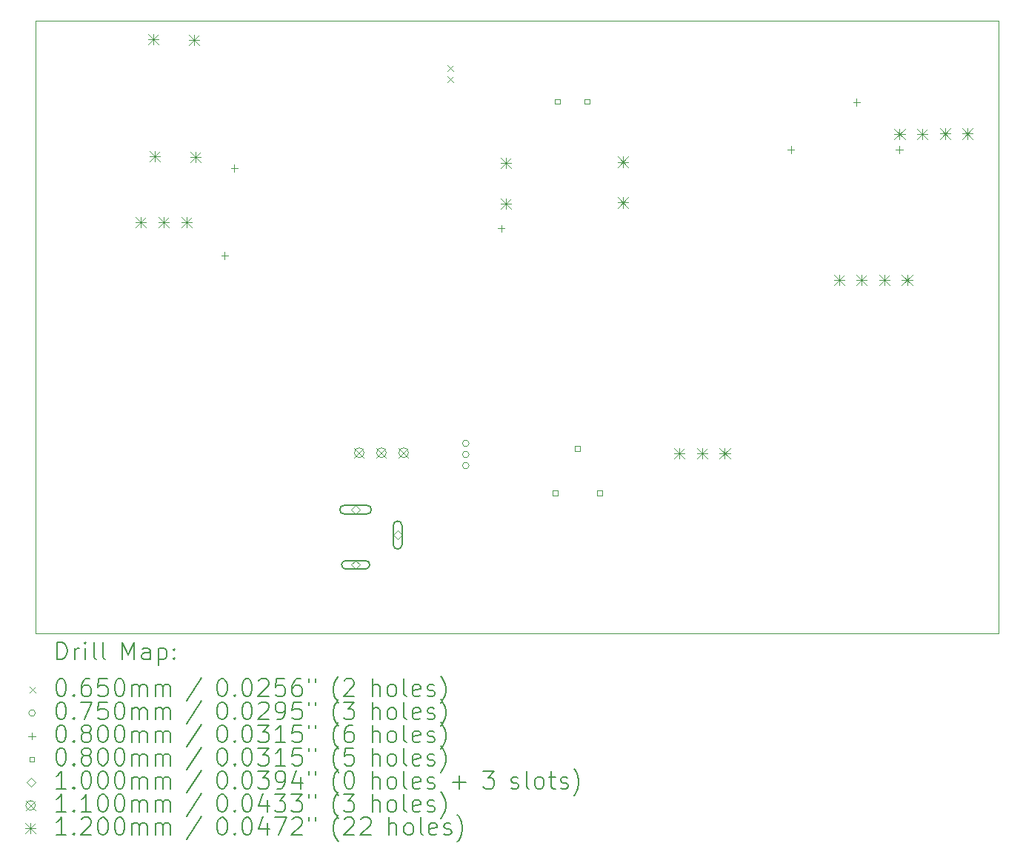
<source format=gbr>
%TF.GenerationSoftware,KiCad,Pcbnew,(7.0.0)*%
%TF.CreationDate,2024-01-25T16:24:15+01:00*%
%TF.ProjectId,Sensorbox,53656e73-6f72-4626-9f78-2e6b69636164,rev?*%
%TF.SameCoordinates,PX62b48e0PY7ffbac0*%
%TF.FileFunction,Drillmap*%
%TF.FilePolarity,Positive*%
%FSLAX45Y45*%
G04 Gerber Fmt 4.5, Leading zero omitted, Abs format (unit mm)*
G04 Created by KiCad (PCBNEW (7.0.0)) date 2024-01-25 16:24:15*
%MOMM*%
%LPD*%
G01*
G04 APERTURE LIST*
%ADD10C,0.100000*%
%ADD11C,0.200000*%
%ADD12C,0.065000*%
%ADD13C,0.075000*%
%ADD14C,0.080000*%
%ADD15C,0.110000*%
%ADD16C,0.120000*%
G04 APERTURE END LIST*
D10*
X0Y7000000D02*
X11000000Y7000000D01*
X11000000Y7000000D02*
X11000000Y0D01*
X11000000Y0D02*
X0Y0D01*
X0Y0D02*
X0Y7000000D01*
D11*
D12*
X4707500Y6492500D02*
X4772500Y6427500D01*
X4772500Y6492500D02*
X4707500Y6427500D01*
X4707500Y6365500D02*
X4772500Y6300500D01*
X4772500Y6365500D02*
X4707500Y6300500D01*
D13*
X4951500Y2172500D02*
G75*
G03*
X4951500Y2172500I-37500J0D01*
G01*
X4951500Y2045500D02*
G75*
G03*
X4951500Y2045500I-37500J0D01*
G01*
X4951500Y1918500D02*
G75*
G03*
X4951500Y1918500I-37500J0D01*
G01*
D14*
X2160000Y4360000D02*
X2160000Y4280000D01*
X2120000Y4320000D02*
X2200000Y4320000D01*
X2270000Y5360000D02*
X2270000Y5280000D01*
X2230000Y5320000D02*
X2310000Y5320000D01*
X5320000Y4670000D02*
X5320000Y4590000D01*
X5280000Y4630000D02*
X5360000Y4630000D01*
X8630000Y5570000D02*
X8630000Y5490000D01*
X8590000Y5530000D02*
X8670000Y5530000D01*
X9380000Y6110000D02*
X9380000Y6030000D01*
X9340000Y6070000D02*
X9420000Y6070000D01*
X9870000Y5570000D02*
X9870000Y5490000D01*
X9830000Y5530000D02*
X9910000Y5530000D01*
X5964284Y1576215D02*
X5964284Y1632784D01*
X5907715Y1632784D01*
X5907715Y1576215D01*
X5964284Y1576215D01*
X5988284Y6051715D02*
X5988284Y6108284D01*
X5931715Y6108284D01*
X5931715Y6051715D01*
X5988284Y6051715D01*
X6218284Y2084215D02*
X6218284Y2140785D01*
X6161715Y2140785D01*
X6161715Y2084215D01*
X6218284Y2084215D01*
X6328284Y6051715D02*
X6328284Y6108284D01*
X6271715Y6108284D01*
X6271715Y6051715D01*
X6328284Y6051715D01*
X6472284Y1576215D02*
X6472284Y1632784D01*
X6415715Y1632784D01*
X6415715Y1576215D01*
X6472284Y1576215D01*
D10*
X3655000Y1365000D02*
X3705000Y1415000D01*
X3655000Y1465000D01*
X3605000Y1415000D01*
X3655000Y1365000D01*
D11*
X3525000Y1365000D02*
X3785000Y1365000D01*
X3785000Y1365000D02*
G75*
G03*
X3785000Y1465000I0J50000D01*
G01*
X3785000Y1465000D02*
X3525000Y1465000D01*
X3525000Y1465000D02*
G75*
G03*
X3525000Y1365000I0J-50000D01*
G01*
D10*
X3655000Y735000D02*
X3705000Y785000D01*
X3655000Y835000D01*
X3605000Y785000D01*
X3655000Y735000D01*
D11*
X3545000Y735000D02*
X3765000Y735000D01*
X3765000Y735000D02*
G75*
G03*
X3765000Y835000I0J50000D01*
G01*
X3765000Y835000D02*
X3545000Y835000D01*
X3545000Y835000D02*
G75*
G03*
X3545000Y735000I0J-50000D01*
G01*
D10*
X4135000Y1075000D02*
X4185000Y1125000D01*
X4135000Y1175000D01*
X4085000Y1125000D01*
X4135000Y1075000D01*
D11*
X4085000Y1235000D02*
X4085000Y1015000D01*
X4085000Y1015000D02*
G75*
G03*
X4185000Y1015000I50000J0D01*
G01*
X4185000Y1015000D02*
X4185000Y1235000D01*
X4185000Y1235000D02*
G75*
G03*
X4085000Y1235000I-50000J0D01*
G01*
D15*
X3641000Y2120500D02*
X3751000Y2010500D01*
X3751000Y2120500D02*
X3641000Y2010500D01*
X3751000Y2065500D02*
G75*
G03*
X3751000Y2065500I-55000J0D01*
G01*
X3895000Y2120500D02*
X4005000Y2010500D01*
X4005000Y2120500D02*
X3895000Y2010500D01*
X4005000Y2065500D02*
G75*
G03*
X4005000Y2065500I-55000J0D01*
G01*
X4149000Y2120500D02*
X4259000Y2010500D01*
X4259000Y2120500D02*
X4149000Y2010500D01*
X4259000Y2065500D02*
G75*
G03*
X4259000Y2065500I-55000J0D01*
G01*
D16*
X1141682Y4761052D02*
X1261682Y4641052D01*
X1261682Y4761052D02*
X1141682Y4641052D01*
X1201682Y4761052D02*
X1201682Y4641052D01*
X1141682Y4701052D02*
X1261682Y4701052D01*
X1283500Y6850500D02*
X1403500Y6730500D01*
X1403500Y6850500D02*
X1283500Y6730500D01*
X1343500Y6850500D02*
X1343500Y6730500D01*
X1283500Y6790500D02*
X1403500Y6790500D01*
X1298051Y5512163D02*
X1418050Y5392163D01*
X1418050Y5512163D02*
X1298051Y5392163D01*
X1358051Y5512163D02*
X1358051Y5392163D01*
X1298051Y5452163D02*
X1418050Y5452163D01*
X1400682Y4761052D02*
X1520682Y4641052D01*
X1520682Y4761052D02*
X1400682Y4641052D01*
X1460682Y4761052D02*
X1460682Y4641052D01*
X1400682Y4701052D02*
X1520682Y4701052D01*
X1660682Y4763052D02*
X1780682Y4643052D01*
X1780682Y4763052D02*
X1660682Y4643052D01*
X1720682Y4763052D02*
X1720682Y4643052D01*
X1660682Y4703052D02*
X1780682Y4703052D01*
X1748502Y6844656D02*
X1868502Y6724656D01*
X1868502Y6844656D02*
X1748502Y6724656D01*
X1808502Y6844656D02*
X1808502Y6724656D01*
X1748502Y6784656D02*
X1868502Y6784656D01*
X1763052Y5506318D02*
X1883052Y5386318D01*
X1883052Y5506318D02*
X1763052Y5386318D01*
X1823052Y5506318D02*
X1823052Y5386318D01*
X1763052Y5446318D02*
X1883052Y5446318D01*
X5310000Y4970000D02*
X5430000Y4850000D01*
X5430000Y4970000D02*
X5310000Y4850000D01*
X5370000Y4970000D02*
X5370000Y4850000D01*
X5310000Y4910000D02*
X5430000Y4910000D01*
X5315844Y5435002D02*
X5435844Y5315002D01*
X5435844Y5435002D02*
X5315844Y5315002D01*
X5375844Y5435002D02*
X5375844Y5315002D01*
X5315844Y5375002D02*
X5435844Y5375002D01*
X6648337Y4984551D02*
X6768337Y4864551D01*
X6768337Y4984551D02*
X6648337Y4864551D01*
X6708337Y4984551D02*
X6708337Y4864551D01*
X6648337Y4924551D02*
X6768337Y4924551D01*
X6654182Y5449552D02*
X6774182Y5329552D01*
X6774182Y5449552D02*
X6654182Y5329552D01*
X6714182Y5449552D02*
X6714182Y5329552D01*
X6654182Y5389552D02*
X6774182Y5389552D01*
X7296000Y2118000D02*
X7416000Y1998000D01*
X7416000Y2118000D02*
X7296000Y1998000D01*
X7356000Y2118000D02*
X7356000Y1998000D01*
X7296000Y2058000D02*
X7416000Y2058000D01*
X7556000Y2120000D02*
X7676000Y2000000D01*
X7676000Y2120000D02*
X7556000Y2000000D01*
X7616000Y2120000D02*
X7616000Y2000000D01*
X7556000Y2060000D02*
X7676000Y2060000D01*
X7815000Y2120000D02*
X7935000Y2000000D01*
X7935000Y2120000D02*
X7815000Y2000000D01*
X7875000Y2120000D02*
X7875000Y2000000D01*
X7815000Y2060000D02*
X7935000Y2060000D01*
X9121000Y4102000D02*
X9241000Y3982000D01*
X9241000Y4102000D02*
X9121000Y3982000D01*
X9181000Y4102000D02*
X9181000Y3982000D01*
X9121000Y4042000D02*
X9241000Y4042000D01*
X9380000Y4102000D02*
X9500000Y3982000D01*
X9500000Y4102000D02*
X9380000Y3982000D01*
X9440000Y4102000D02*
X9440000Y3982000D01*
X9380000Y4042000D02*
X9500000Y4042000D01*
X9640000Y4100000D02*
X9760000Y3980000D01*
X9760000Y4100000D02*
X9640000Y3980000D01*
X9700000Y4100000D02*
X9700000Y3980000D01*
X9640000Y4040000D02*
X9760000Y4040000D01*
X9813000Y5770000D02*
X9933000Y5650000D01*
X9933000Y5770000D02*
X9813000Y5650000D01*
X9873000Y5770000D02*
X9873000Y5650000D01*
X9813000Y5710000D02*
X9933000Y5710000D01*
X9898000Y4100000D02*
X10018000Y3980000D01*
X10018000Y4100000D02*
X9898000Y3980000D01*
X9958000Y4100000D02*
X9958000Y3980000D01*
X9898000Y4040000D02*
X10018000Y4040000D01*
X10072000Y5770000D02*
X10192000Y5650000D01*
X10192000Y5770000D02*
X10072000Y5650000D01*
X10132000Y5770000D02*
X10132000Y5650000D01*
X10072000Y5710000D02*
X10192000Y5710000D01*
X10332000Y5772000D02*
X10452000Y5652000D01*
X10452000Y5772000D02*
X10332000Y5652000D01*
X10392000Y5772000D02*
X10392000Y5652000D01*
X10332000Y5712000D02*
X10452000Y5712000D01*
X10590000Y5772000D02*
X10710000Y5652000D01*
X10710000Y5772000D02*
X10590000Y5652000D01*
X10650000Y5772000D02*
X10650000Y5652000D01*
X10590000Y5712000D02*
X10710000Y5712000D01*
D11*
X242619Y-298476D02*
X242619Y-98476D01*
X242619Y-98476D02*
X290238Y-98476D01*
X290238Y-98476D02*
X318810Y-108000D01*
X318810Y-108000D02*
X337857Y-127048D01*
X337857Y-127048D02*
X347381Y-146095D01*
X347381Y-146095D02*
X356905Y-184190D01*
X356905Y-184190D02*
X356905Y-212762D01*
X356905Y-212762D02*
X347381Y-250857D01*
X347381Y-250857D02*
X337857Y-269905D01*
X337857Y-269905D02*
X318810Y-288952D01*
X318810Y-288952D02*
X290238Y-298476D01*
X290238Y-298476D02*
X242619Y-298476D01*
X442619Y-298476D02*
X442619Y-165143D01*
X442619Y-203238D02*
X452143Y-184190D01*
X452143Y-184190D02*
X461667Y-174667D01*
X461667Y-174667D02*
X480714Y-165143D01*
X480714Y-165143D02*
X499762Y-165143D01*
X566429Y-298476D02*
X566429Y-165143D01*
X566429Y-98476D02*
X556905Y-108000D01*
X556905Y-108000D02*
X566429Y-117524D01*
X566429Y-117524D02*
X575952Y-108000D01*
X575952Y-108000D02*
X566429Y-98476D01*
X566429Y-98476D02*
X566429Y-117524D01*
X690238Y-298476D02*
X671190Y-288952D01*
X671190Y-288952D02*
X661667Y-269905D01*
X661667Y-269905D02*
X661667Y-98476D01*
X795000Y-298476D02*
X775952Y-288952D01*
X775952Y-288952D02*
X766428Y-269905D01*
X766428Y-269905D02*
X766428Y-98476D01*
X991190Y-298476D02*
X991190Y-98476D01*
X991190Y-98476D02*
X1057857Y-241333D01*
X1057857Y-241333D02*
X1124524Y-98476D01*
X1124524Y-98476D02*
X1124524Y-298476D01*
X1305476Y-298476D02*
X1305476Y-193714D01*
X1305476Y-193714D02*
X1295952Y-174667D01*
X1295952Y-174667D02*
X1276905Y-165143D01*
X1276905Y-165143D02*
X1238809Y-165143D01*
X1238809Y-165143D02*
X1219762Y-174667D01*
X1305476Y-288952D02*
X1286429Y-298476D01*
X1286429Y-298476D02*
X1238809Y-298476D01*
X1238809Y-298476D02*
X1219762Y-288952D01*
X1219762Y-288952D02*
X1210238Y-269905D01*
X1210238Y-269905D02*
X1210238Y-250857D01*
X1210238Y-250857D02*
X1219762Y-231809D01*
X1219762Y-231809D02*
X1238809Y-222286D01*
X1238809Y-222286D02*
X1286429Y-222286D01*
X1286429Y-222286D02*
X1305476Y-212762D01*
X1400714Y-165143D02*
X1400714Y-365143D01*
X1400714Y-174667D02*
X1419762Y-165143D01*
X1419762Y-165143D02*
X1457857Y-165143D01*
X1457857Y-165143D02*
X1476905Y-174667D01*
X1476905Y-174667D02*
X1486428Y-184190D01*
X1486428Y-184190D02*
X1495952Y-203238D01*
X1495952Y-203238D02*
X1495952Y-260381D01*
X1495952Y-260381D02*
X1486428Y-279429D01*
X1486428Y-279429D02*
X1476905Y-288952D01*
X1476905Y-288952D02*
X1457857Y-298476D01*
X1457857Y-298476D02*
X1419762Y-298476D01*
X1419762Y-298476D02*
X1400714Y-288952D01*
X1581667Y-279429D02*
X1591190Y-288952D01*
X1591190Y-288952D02*
X1581667Y-298476D01*
X1581667Y-298476D02*
X1572143Y-288952D01*
X1572143Y-288952D02*
X1581667Y-279429D01*
X1581667Y-279429D02*
X1581667Y-298476D01*
X1581667Y-174667D02*
X1591190Y-184190D01*
X1591190Y-184190D02*
X1581667Y-193714D01*
X1581667Y-193714D02*
X1572143Y-184190D01*
X1572143Y-184190D02*
X1581667Y-174667D01*
X1581667Y-174667D02*
X1581667Y-193714D01*
D12*
X-70000Y-612500D02*
X-5000Y-677500D01*
X-5000Y-612500D02*
X-70000Y-677500D01*
D11*
X280714Y-518476D02*
X299762Y-518476D01*
X299762Y-518476D02*
X318810Y-528000D01*
X318810Y-528000D02*
X328333Y-537524D01*
X328333Y-537524D02*
X337857Y-556571D01*
X337857Y-556571D02*
X347381Y-594667D01*
X347381Y-594667D02*
X347381Y-642286D01*
X347381Y-642286D02*
X337857Y-680381D01*
X337857Y-680381D02*
X328333Y-699428D01*
X328333Y-699428D02*
X318810Y-708952D01*
X318810Y-708952D02*
X299762Y-718476D01*
X299762Y-718476D02*
X280714Y-718476D01*
X280714Y-718476D02*
X261667Y-708952D01*
X261667Y-708952D02*
X252143Y-699428D01*
X252143Y-699428D02*
X242619Y-680381D01*
X242619Y-680381D02*
X233095Y-642286D01*
X233095Y-642286D02*
X233095Y-594667D01*
X233095Y-594667D02*
X242619Y-556571D01*
X242619Y-556571D02*
X252143Y-537524D01*
X252143Y-537524D02*
X261667Y-528000D01*
X261667Y-528000D02*
X280714Y-518476D01*
X433095Y-699428D02*
X442619Y-708952D01*
X442619Y-708952D02*
X433095Y-718476D01*
X433095Y-718476D02*
X423571Y-708952D01*
X423571Y-708952D02*
X433095Y-699428D01*
X433095Y-699428D02*
X433095Y-718476D01*
X614048Y-518476D02*
X575952Y-518476D01*
X575952Y-518476D02*
X556905Y-528000D01*
X556905Y-528000D02*
X547381Y-537524D01*
X547381Y-537524D02*
X528333Y-566095D01*
X528333Y-566095D02*
X518809Y-604190D01*
X518809Y-604190D02*
X518809Y-680381D01*
X518809Y-680381D02*
X528333Y-699428D01*
X528333Y-699428D02*
X537857Y-708952D01*
X537857Y-708952D02*
X556905Y-718476D01*
X556905Y-718476D02*
X595000Y-718476D01*
X595000Y-718476D02*
X614048Y-708952D01*
X614048Y-708952D02*
X623571Y-699428D01*
X623571Y-699428D02*
X633095Y-680381D01*
X633095Y-680381D02*
X633095Y-632762D01*
X633095Y-632762D02*
X623571Y-613714D01*
X623571Y-613714D02*
X614048Y-604190D01*
X614048Y-604190D02*
X595000Y-594667D01*
X595000Y-594667D02*
X556905Y-594667D01*
X556905Y-594667D02*
X537857Y-604190D01*
X537857Y-604190D02*
X528333Y-613714D01*
X528333Y-613714D02*
X518809Y-632762D01*
X814048Y-518476D02*
X718809Y-518476D01*
X718809Y-518476D02*
X709286Y-613714D01*
X709286Y-613714D02*
X718809Y-604190D01*
X718809Y-604190D02*
X737857Y-594667D01*
X737857Y-594667D02*
X785476Y-594667D01*
X785476Y-594667D02*
X804524Y-604190D01*
X804524Y-604190D02*
X814048Y-613714D01*
X814048Y-613714D02*
X823571Y-632762D01*
X823571Y-632762D02*
X823571Y-680381D01*
X823571Y-680381D02*
X814048Y-699428D01*
X814048Y-699428D02*
X804524Y-708952D01*
X804524Y-708952D02*
X785476Y-718476D01*
X785476Y-718476D02*
X737857Y-718476D01*
X737857Y-718476D02*
X718809Y-708952D01*
X718809Y-708952D02*
X709286Y-699428D01*
X947381Y-518476D02*
X966429Y-518476D01*
X966429Y-518476D02*
X985476Y-528000D01*
X985476Y-528000D02*
X995000Y-537524D01*
X995000Y-537524D02*
X1004524Y-556571D01*
X1004524Y-556571D02*
X1014048Y-594667D01*
X1014048Y-594667D02*
X1014048Y-642286D01*
X1014048Y-642286D02*
X1004524Y-680381D01*
X1004524Y-680381D02*
X995000Y-699428D01*
X995000Y-699428D02*
X985476Y-708952D01*
X985476Y-708952D02*
X966429Y-718476D01*
X966429Y-718476D02*
X947381Y-718476D01*
X947381Y-718476D02*
X928333Y-708952D01*
X928333Y-708952D02*
X918809Y-699428D01*
X918809Y-699428D02*
X909286Y-680381D01*
X909286Y-680381D02*
X899762Y-642286D01*
X899762Y-642286D02*
X899762Y-594667D01*
X899762Y-594667D02*
X909286Y-556571D01*
X909286Y-556571D02*
X918809Y-537524D01*
X918809Y-537524D02*
X928333Y-528000D01*
X928333Y-528000D02*
X947381Y-518476D01*
X1099762Y-718476D02*
X1099762Y-585143D01*
X1099762Y-604190D02*
X1109286Y-594667D01*
X1109286Y-594667D02*
X1128333Y-585143D01*
X1128333Y-585143D02*
X1156905Y-585143D01*
X1156905Y-585143D02*
X1175952Y-594667D01*
X1175952Y-594667D02*
X1185476Y-613714D01*
X1185476Y-613714D02*
X1185476Y-718476D01*
X1185476Y-613714D02*
X1195000Y-594667D01*
X1195000Y-594667D02*
X1214048Y-585143D01*
X1214048Y-585143D02*
X1242619Y-585143D01*
X1242619Y-585143D02*
X1261667Y-594667D01*
X1261667Y-594667D02*
X1271191Y-613714D01*
X1271191Y-613714D02*
X1271191Y-718476D01*
X1366429Y-718476D02*
X1366429Y-585143D01*
X1366429Y-604190D02*
X1375952Y-594667D01*
X1375952Y-594667D02*
X1395000Y-585143D01*
X1395000Y-585143D02*
X1423571Y-585143D01*
X1423571Y-585143D02*
X1442619Y-594667D01*
X1442619Y-594667D02*
X1452143Y-613714D01*
X1452143Y-613714D02*
X1452143Y-718476D01*
X1452143Y-613714D02*
X1461667Y-594667D01*
X1461667Y-594667D02*
X1480714Y-585143D01*
X1480714Y-585143D02*
X1509286Y-585143D01*
X1509286Y-585143D02*
X1528333Y-594667D01*
X1528333Y-594667D02*
X1537857Y-613714D01*
X1537857Y-613714D02*
X1537857Y-718476D01*
X1895952Y-508952D02*
X1724524Y-766095D01*
X2120714Y-518476D02*
X2139762Y-518476D01*
X2139762Y-518476D02*
X2158810Y-528000D01*
X2158810Y-528000D02*
X2168333Y-537524D01*
X2168333Y-537524D02*
X2177857Y-556571D01*
X2177857Y-556571D02*
X2187381Y-594667D01*
X2187381Y-594667D02*
X2187381Y-642286D01*
X2187381Y-642286D02*
X2177857Y-680381D01*
X2177857Y-680381D02*
X2168333Y-699428D01*
X2168333Y-699428D02*
X2158810Y-708952D01*
X2158810Y-708952D02*
X2139762Y-718476D01*
X2139762Y-718476D02*
X2120714Y-718476D01*
X2120714Y-718476D02*
X2101667Y-708952D01*
X2101667Y-708952D02*
X2092143Y-699428D01*
X2092143Y-699428D02*
X2082619Y-680381D01*
X2082619Y-680381D02*
X2073095Y-642286D01*
X2073095Y-642286D02*
X2073095Y-594667D01*
X2073095Y-594667D02*
X2082619Y-556571D01*
X2082619Y-556571D02*
X2092143Y-537524D01*
X2092143Y-537524D02*
X2101667Y-528000D01*
X2101667Y-528000D02*
X2120714Y-518476D01*
X2273095Y-699428D02*
X2282619Y-708952D01*
X2282619Y-708952D02*
X2273095Y-718476D01*
X2273095Y-718476D02*
X2263572Y-708952D01*
X2263572Y-708952D02*
X2273095Y-699428D01*
X2273095Y-699428D02*
X2273095Y-718476D01*
X2406429Y-518476D02*
X2425476Y-518476D01*
X2425476Y-518476D02*
X2444524Y-528000D01*
X2444524Y-528000D02*
X2454048Y-537524D01*
X2454048Y-537524D02*
X2463572Y-556571D01*
X2463572Y-556571D02*
X2473095Y-594667D01*
X2473095Y-594667D02*
X2473095Y-642286D01*
X2473095Y-642286D02*
X2463572Y-680381D01*
X2463572Y-680381D02*
X2454048Y-699428D01*
X2454048Y-699428D02*
X2444524Y-708952D01*
X2444524Y-708952D02*
X2425476Y-718476D01*
X2425476Y-718476D02*
X2406429Y-718476D01*
X2406429Y-718476D02*
X2387381Y-708952D01*
X2387381Y-708952D02*
X2377857Y-699428D01*
X2377857Y-699428D02*
X2368333Y-680381D01*
X2368333Y-680381D02*
X2358810Y-642286D01*
X2358810Y-642286D02*
X2358810Y-594667D01*
X2358810Y-594667D02*
X2368333Y-556571D01*
X2368333Y-556571D02*
X2377857Y-537524D01*
X2377857Y-537524D02*
X2387381Y-528000D01*
X2387381Y-528000D02*
X2406429Y-518476D01*
X2549286Y-537524D02*
X2558810Y-528000D01*
X2558810Y-528000D02*
X2577857Y-518476D01*
X2577857Y-518476D02*
X2625476Y-518476D01*
X2625476Y-518476D02*
X2644524Y-528000D01*
X2644524Y-528000D02*
X2654048Y-537524D01*
X2654048Y-537524D02*
X2663572Y-556571D01*
X2663572Y-556571D02*
X2663572Y-575619D01*
X2663572Y-575619D02*
X2654048Y-604190D01*
X2654048Y-604190D02*
X2539762Y-718476D01*
X2539762Y-718476D02*
X2663572Y-718476D01*
X2844524Y-518476D02*
X2749286Y-518476D01*
X2749286Y-518476D02*
X2739762Y-613714D01*
X2739762Y-613714D02*
X2749286Y-604190D01*
X2749286Y-604190D02*
X2768333Y-594667D01*
X2768333Y-594667D02*
X2815952Y-594667D01*
X2815952Y-594667D02*
X2835000Y-604190D01*
X2835000Y-604190D02*
X2844524Y-613714D01*
X2844524Y-613714D02*
X2854048Y-632762D01*
X2854048Y-632762D02*
X2854048Y-680381D01*
X2854048Y-680381D02*
X2844524Y-699428D01*
X2844524Y-699428D02*
X2835000Y-708952D01*
X2835000Y-708952D02*
X2815952Y-718476D01*
X2815952Y-718476D02*
X2768333Y-718476D01*
X2768333Y-718476D02*
X2749286Y-708952D01*
X2749286Y-708952D02*
X2739762Y-699428D01*
X3025476Y-518476D02*
X2987381Y-518476D01*
X2987381Y-518476D02*
X2968333Y-528000D01*
X2968333Y-528000D02*
X2958810Y-537524D01*
X2958810Y-537524D02*
X2939762Y-566095D01*
X2939762Y-566095D02*
X2930238Y-604190D01*
X2930238Y-604190D02*
X2930238Y-680381D01*
X2930238Y-680381D02*
X2939762Y-699428D01*
X2939762Y-699428D02*
X2949286Y-708952D01*
X2949286Y-708952D02*
X2968333Y-718476D01*
X2968333Y-718476D02*
X3006429Y-718476D01*
X3006429Y-718476D02*
X3025476Y-708952D01*
X3025476Y-708952D02*
X3035000Y-699428D01*
X3035000Y-699428D02*
X3044524Y-680381D01*
X3044524Y-680381D02*
X3044524Y-632762D01*
X3044524Y-632762D02*
X3035000Y-613714D01*
X3035000Y-613714D02*
X3025476Y-604190D01*
X3025476Y-604190D02*
X3006429Y-594667D01*
X3006429Y-594667D02*
X2968333Y-594667D01*
X2968333Y-594667D02*
X2949286Y-604190D01*
X2949286Y-604190D02*
X2939762Y-613714D01*
X2939762Y-613714D02*
X2930238Y-632762D01*
X3120714Y-518476D02*
X3120714Y-556571D01*
X3196905Y-518476D02*
X3196905Y-556571D01*
X3459762Y-794667D02*
X3450238Y-785143D01*
X3450238Y-785143D02*
X3431191Y-756571D01*
X3431191Y-756571D02*
X3421667Y-737524D01*
X3421667Y-737524D02*
X3412143Y-708952D01*
X3412143Y-708952D02*
X3402619Y-661333D01*
X3402619Y-661333D02*
X3402619Y-623238D01*
X3402619Y-623238D02*
X3412143Y-575619D01*
X3412143Y-575619D02*
X3421667Y-547048D01*
X3421667Y-547048D02*
X3431191Y-528000D01*
X3431191Y-528000D02*
X3450238Y-499428D01*
X3450238Y-499428D02*
X3459762Y-489905D01*
X3526429Y-537524D02*
X3535952Y-528000D01*
X3535952Y-528000D02*
X3555000Y-518476D01*
X3555000Y-518476D02*
X3602619Y-518476D01*
X3602619Y-518476D02*
X3621667Y-528000D01*
X3621667Y-528000D02*
X3631191Y-537524D01*
X3631191Y-537524D02*
X3640714Y-556571D01*
X3640714Y-556571D02*
X3640714Y-575619D01*
X3640714Y-575619D02*
X3631191Y-604190D01*
X3631191Y-604190D02*
X3516905Y-718476D01*
X3516905Y-718476D02*
X3640714Y-718476D01*
X3846429Y-718476D02*
X3846429Y-518476D01*
X3932143Y-718476D02*
X3932143Y-613714D01*
X3932143Y-613714D02*
X3922619Y-594667D01*
X3922619Y-594667D02*
X3903572Y-585143D01*
X3903572Y-585143D02*
X3875000Y-585143D01*
X3875000Y-585143D02*
X3855952Y-594667D01*
X3855952Y-594667D02*
X3846429Y-604190D01*
X4055952Y-718476D02*
X4036905Y-708952D01*
X4036905Y-708952D02*
X4027381Y-699428D01*
X4027381Y-699428D02*
X4017857Y-680381D01*
X4017857Y-680381D02*
X4017857Y-623238D01*
X4017857Y-623238D02*
X4027381Y-604190D01*
X4027381Y-604190D02*
X4036905Y-594667D01*
X4036905Y-594667D02*
X4055952Y-585143D01*
X4055952Y-585143D02*
X4084524Y-585143D01*
X4084524Y-585143D02*
X4103572Y-594667D01*
X4103572Y-594667D02*
X4113095Y-604190D01*
X4113095Y-604190D02*
X4122619Y-623238D01*
X4122619Y-623238D02*
X4122619Y-680381D01*
X4122619Y-680381D02*
X4113095Y-699428D01*
X4113095Y-699428D02*
X4103572Y-708952D01*
X4103572Y-708952D02*
X4084524Y-718476D01*
X4084524Y-718476D02*
X4055952Y-718476D01*
X4236905Y-718476D02*
X4217857Y-708952D01*
X4217857Y-708952D02*
X4208334Y-689905D01*
X4208334Y-689905D02*
X4208334Y-518476D01*
X4389286Y-708952D02*
X4370238Y-718476D01*
X4370238Y-718476D02*
X4332143Y-718476D01*
X4332143Y-718476D02*
X4313095Y-708952D01*
X4313095Y-708952D02*
X4303572Y-689905D01*
X4303572Y-689905D02*
X4303572Y-613714D01*
X4303572Y-613714D02*
X4313095Y-594667D01*
X4313095Y-594667D02*
X4332143Y-585143D01*
X4332143Y-585143D02*
X4370238Y-585143D01*
X4370238Y-585143D02*
X4389286Y-594667D01*
X4389286Y-594667D02*
X4398810Y-613714D01*
X4398810Y-613714D02*
X4398810Y-632762D01*
X4398810Y-632762D02*
X4303572Y-651810D01*
X4475000Y-708952D02*
X4494048Y-718476D01*
X4494048Y-718476D02*
X4532143Y-718476D01*
X4532143Y-718476D02*
X4551191Y-708952D01*
X4551191Y-708952D02*
X4560715Y-689905D01*
X4560715Y-689905D02*
X4560715Y-680381D01*
X4560715Y-680381D02*
X4551191Y-661333D01*
X4551191Y-661333D02*
X4532143Y-651810D01*
X4532143Y-651810D02*
X4503572Y-651810D01*
X4503572Y-651810D02*
X4484524Y-642286D01*
X4484524Y-642286D02*
X4475000Y-623238D01*
X4475000Y-623238D02*
X4475000Y-613714D01*
X4475000Y-613714D02*
X4484524Y-594667D01*
X4484524Y-594667D02*
X4503572Y-585143D01*
X4503572Y-585143D02*
X4532143Y-585143D01*
X4532143Y-585143D02*
X4551191Y-594667D01*
X4627381Y-794667D02*
X4636905Y-785143D01*
X4636905Y-785143D02*
X4655953Y-756571D01*
X4655953Y-756571D02*
X4665476Y-737524D01*
X4665476Y-737524D02*
X4675000Y-708952D01*
X4675000Y-708952D02*
X4684524Y-661333D01*
X4684524Y-661333D02*
X4684524Y-623238D01*
X4684524Y-623238D02*
X4675000Y-575619D01*
X4675000Y-575619D02*
X4665476Y-547048D01*
X4665476Y-547048D02*
X4655953Y-528000D01*
X4655953Y-528000D02*
X4636905Y-499428D01*
X4636905Y-499428D02*
X4627381Y-489905D01*
D13*
X-5000Y-909000D02*
G75*
G03*
X-5000Y-909000I-37500J0D01*
G01*
D11*
X280714Y-782476D02*
X299762Y-782476D01*
X299762Y-782476D02*
X318810Y-792000D01*
X318810Y-792000D02*
X328333Y-801524D01*
X328333Y-801524D02*
X337857Y-820571D01*
X337857Y-820571D02*
X347381Y-858667D01*
X347381Y-858667D02*
X347381Y-906286D01*
X347381Y-906286D02*
X337857Y-944381D01*
X337857Y-944381D02*
X328333Y-963428D01*
X328333Y-963428D02*
X318810Y-972952D01*
X318810Y-972952D02*
X299762Y-982476D01*
X299762Y-982476D02*
X280714Y-982476D01*
X280714Y-982476D02*
X261667Y-972952D01*
X261667Y-972952D02*
X252143Y-963428D01*
X252143Y-963428D02*
X242619Y-944381D01*
X242619Y-944381D02*
X233095Y-906286D01*
X233095Y-906286D02*
X233095Y-858667D01*
X233095Y-858667D02*
X242619Y-820571D01*
X242619Y-820571D02*
X252143Y-801524D01*
X252143Y-801524D02*
X261667Y-792000D01*
X261667Y-792000D02*
X280714Y-782476D01*
X433095Y-963428D02*
X442619Y-972952D01*
X442619Y-972952D02*
X433095Y-982476D01*
X433095Y-982476D02*
X423571Y-972952D01*
X423571Y-972952D02*
X433095Y-963428D01*
X433095Y-963428D02*
X433095Y-982476D01*
X509286Y-782476D02*
X642619Y-782476D01*
X642619Y-782476D02*
X556905Y-982476D01*
X814048Y-782476D02*
X718809Y-782476D01*
X718809Y-782476D02*
X709286Y-877714D01*
X709286Y-877714D02*
X718809Y-868190D01*
X718809Y-868190D02*
X737857Y-858667D01*
X737857Y-858667D02*
X785476Y-858667D01*
X785476Y-858667D02*
X804524Y-868190D01*
X804524Y-868190D02*
X814048Y-877714D01*
X814048Y-877714D02*
X823571Y-896762D01*
X823571Y-896762D02*
X823571Y-944381D01*
X823571Y-944381D02*
X814048Y-963428D01*
X814048Y-963428D02*
X804524Y-972952D01*
X804524Y-972952D02*
X785476Y-982476D01*
X785476Y-982476D02*
X737857Y-982476D01*
X737857Y-982476D02*
X718809Y-972952D01*
X718809Y-972952D02*
X709286Y-963428D01*
X947381Y-782476D02*
X966429Y-782476D01*
X966429Y-782476D02*
X985476Y-792000D01*
X985476Y-792000D02*
X995000Y-801524D01*
X995000Y-801524D02*
X1004524Y-820571D01*
X1004524Y-820571D02*
X1014048Y-858667D01*
X1014048Y-858667D02*
X1014048Y-906286D01*
X1014048Y-906286D02*
X1004524Y-944381D01*
X1004524Y-944381D02*
X995000Y-963428D01*
X995000Y-963428D02*
X985476Y-972952D01*
X985476Y-972952D02*
X966429Y-982476D01*
X966429Y-982476D02*
X947381Y-982476D01*
X947381Y-982476D02*
X928333Y-972952D01*
X928333Y-972952D02*
X918809Y-963428D01*
X918809Y-963428D02*
X909286Y-944381D01*
X909286Y-944381D02*
X899762Y-906286D01*
X899762Y-906286D02*
X899762Y-858667D01*
X899762Y-858667D02*
X909286Y-820571D01*
X909286Y-820571D02*
X918809Y-801524D01*
X918809Y-801524D02*
X928333Y-792000D01*
X928333Y-792000D02*
X947381Y-782476D01*
X1099762Y-982476D02*
X1099762Y-849143D01*
X1099762Y-868190D02*
X1109286Y-858667D01*
X1109286Y-858667D02*
X1128333Y-849143D01*
X1128333Y-849143D02*
X1156905Y-849143D01*
X1156905Y-849143D02*
X1175952Y-858667D01*
X1175952Y-858667D02*
X1185476Y-877714D01*
X1185476Y-877714D02*
X1185476Y-982476D01*
X1185476Y-877714D02*
X1195000Y-858667D01*
X1195000Y-858667D02*
X1214048Y-849143D01*
X1214048Y-849143D02*
X1242619Y-849143D01*
X1242619Y-849143D02*
X1261667Y-858667D01*
X1261667Y-858667D02*
X1271191Y-877714D01*
X1271191Y-877714D02*
X1271191Y-982476D01*
X1366429Y-982476D02*
X1366429Y-849143D01*
X1366429Y-868190D02*
X1375952Y-858667D01*
X1375952Y-858667D02*
X1395000Y-849143D01*
X1395000Y-849143D02*
X1423571Y-849143D01*
X1423571Y-849143D02*
X1442619Y-858667D01*
X1442619Y-858667D02*
X1452143Y-877714D01*
X1452143Y-877714D02*
X1452143Y-982476D01*
X1452143Y-877714D02*
X1461667Y-858667D01*
X1461667Y-858667D02*
X1480714Y-849143D01*
X1480714Y-849143D02*
X1509286Y-849143D01*
X1509286Y-849143D02*
X1528333Y-858667D01*
X1528333Y-858667D02*
X1537857Y-877714D01*
X1537857Y-877714D02*
X1537857Y-982476D01*
X1895952Y-772952D02*
X1724524Y-1030095D01*
X2120714Y-782476D02*
X2139762Y-782476D01*
X2139762Y-782476D02*
X2158810Y-792000D01*
X2158810Y-792000D02*
X2168333Y-801524D01*
X2168333Y-801524D02*
X2177857Y-820571D01*
X2177857Y-820571D02*
X2187381Y-858667D01*
X2187381Y-858667D02*
X2187381Y-906286D01*
X2187381Y-906286D02*
X2177857Y-944381D01*
X2177857Y-944381D02*
X2168333Y-963428D01*
X2168333Y-963428D02*
X2158810Y-972952D01*
X2158810Y-972952D02*
X2139762Y-982476D01*
X2139762Y-982476D02*
X2120714Y-982476D01*
X2120714Y-982476D02*
X2101667Y-972952D01*
X2101667Y-972952D02*
X2092143Y-963428D01*
X2092143Y-963428D02*
X2082619Y-944381D01*
X2082619Y-944381D02*
X2073095Y-906286D01*
X2073095Y-906286D02*
X2073095Y-858667D01*
X2073095Y-858667D02*
X2082619Y-820571D01*
X2082619Y-820571D02*
X2092143Y-801524D01*
X2092143Y-801524D02*
X2101667Y-792000D01*
X2101667Y-792000D02*
X2120714Y-782476D01*
X2273095Y-963428D02*
X2282619Y-972952D01*
X2282619Y-972952D02*
X2273095Y-982476D01*
X2273095Y-982476D02*
X2263572Y-972952D01*
X2263572Y-972952D02*
X2273095Y-963428D01*
X2273095Y-963428D02*
X2273095Y-982476D01*
X2406429Y-782476D02*
X2425476Y-782476D01*
X2425476Y-782476D02*
X2444524Y-792000D01*
X2444524Y-792000D02*
X2454048Y-801524D01*
X2454048Y-801524D02*
X2463572Y-820571D01*
X2463572Y-820571D02*
X2473095Y-858667D01*
X2473095Y-858667D02*
X2473095Y-906286D01*
X2473095Y-906286D02*
X2463572Y-944381D01*
X2463572Y-944381D02*
X2454048Y-963428D01*
X2454048Y-963428D02*
X2444524Y-972952D01*
X2444524Y-972952D02*
X2425476Y-982476D01*
X2425476Y-982476D02*
X2406429Y-982476D01*
X2406429Y-982476D02*
X2387381Y-972952D01*
X2387381Y-972952D02*
X2377857Y-963428D01*
X2377857Y-963428D02*
X2368333Y-944381D01*
X2368333Y-944381D02*
X2358810Y-906286D01*
X2358810Y-906286D02*
X2358810Y-858667D01*
X2358810Y-858667D02*
X2368333Y-820571D01*
X2368333Y-820571D02*
X2377857Y-801524D01*
X2377857Y-801524D02*
X2387381Y-792000D01*
X2387381Y-792000D02*
X2406429Y-782476D01*
X2549286Y-801524D02*
X2558810Y-792000D01*
X2558810Y-792000D02*
X2577857Y-782476D01*
X2577857Y-782476D02*
X2625476Y-782476D01*
X2625476Y-782476D02*
X2644524Y-792000D01*
X2644524Y-792000D02*
X2654048Y-801524D01*
X2654048Y-801524D02*
X2663572Y-820571D01*
X2663572Y-820571D02*
X2663572Y-839619D01*
X2663572Y-839619D02*
X2654048Y-868190D01*
X2654048Y-868190D02*
X2539762Y-982476D01*
X2539762Y-982476D02*
X2663572Y-982476D01*
X2758810Y-982476D02*
X2796905Y-982476D01*
X2796905Y-982476D02*
X2815952Y-972952D01*
X2815952Y-972952D02*
X2825476Y-963428D01*
X2825476Y-963428D02*
X2844524Y-934857D01*
X2844524Y-934857D02*
X2854048Y-896762D01*
X2854048Y-896762D02*
X2854048Y-820571D01*
X2854048Y-820571D02*
X2844524Y-801524D01*
X2844524Y-801524D02*
X2835000Y-792000D01*
X2835000Y-792000D02*
X2815952Y-782476D01*
X2815952Y-782476D02*
X2777857Y-782476D01*
X2777857Y-782476D02*
X2758810Y-792000D01*
X2758810Y-792000D02*
X2749286Y-801524D01*
X2749286Y-801524D02*
X2739762Y-820571D01*
X2739762Y-820571D02*
X2739762Y-868190D01*
X2739762Y-868190D02*
X2749286Y-887238D01*
X2749286Y-887238D02*
X2758810Y-896762D01*
X2758810Y-896762D02*
X2777857Y-906286D01*
X2777857Y-906286D02*
X2815952Y-906286D01*
X2815952Y-906286D02*
X2835000Y-896762D01*
X2835000Y-896762D02*
X2844524Y-887238D01*
X2844524Y-887238D02*
X2854048Y-868190D01*
X3035000Y-782476D02*
X2939762Y-782476D01*
X2939762Y-782476D02*
X2930238Y-877714D01*
X2930238Y-877714D02*
X2939762Y-868190D01*
X2939762Y-868190D02*
X2958810Y-858667D01*
X2958810Y-858667D02*
X3006429Y-858667D01*
X3006429Y-858667D02*
X3025476Y-868190D01*
X3025476Y-868190D02*
X3035000Y-877714D01*
X3035000Y-877714D02*
X3044524Y-896762D01*
X3044524Y-896762D02*
X3044524Y-944381D01*
X3044524Y-944381D02*
X3035000Y-963428D01*
X3035000Y-963428D02*
X3025476Y-972952D01*
X3025476Y-972952D02*
X3006429Y-982476D01*
X3006429Y-982476D02*
X2958810Y-982476D01*
X2958810Y-982476D02*
X2939762Y-972952D01*
X2939762Y-972952D02*
X2930238Y-963428D01*
X3120714Y-782476D02*
X3120714Y-820571D01*
X3196905Y-782476D02*
X3196905Y-820571D01*
X3459762Y-1058667D02*
X3450238Y-1049143D01*
X3450238Y-1049143D02*
X3431191Y-1020571D01*
X3431191Y-1020571D02*
X3421667Y-1001524D01*
X3421667Y-1001524D02*
X3412143Y-972952D01*
X3412143Y-972952D02*
X3402619Y-925333D01*
X3402619Y-925333D02*
X3402619Y-887238D01*
X3402619Y-887238D02*
X3412143Y-839619D01*
X3412143Y-839619D02*
X3421667Y-811048D01*
X3421667Y-811048D02*
X3431191Y-792000D01*
X3431191Y-792000D02*
X3450238Y-763428D01*
X3450238Y-763428D02*
X3459762Y-753905D01*
X3516905Y-782476D02*
X3640714Y-782476D01*
X3640714Y-782476D02*
X3574048Y-858667D01*
X3574048Y-858667D02*
X3602619Y-858667D01*
X3602619Y-858667D02*
X3621667Y-868190D01*
X3621667Y-868190D02*
X3631191Y-877714D01*
X3631191Y-877714D02*
X3640714Y-896762D01*
X3640714Y-896762D02*
X3640714Y-944381D01*
X3640714Y-944381D02*
X3631191Y-963428D01*
X3631191Y-963428D02*
X3621667Y-972952D01*
X3621667Y-972952D02*
X3602619Y-982476D01*
X3602619Y-982476D02*
X3545476Y-982476D01*
X3545476Y-982476D02*
X3526429Y-972952D01*
X3526429Y-972952D02*
X3516905Y-963428D01*
X3846429Y-982476D02*
X3846429Y-782476D01*
X3932143Y-982476D02*
X3932143Y-877714D01*
X3932143Y-877714D02*
X3922619Y-858667D01*
X3922619Y-858667D02*
X3903572Y-849143D01*
X3903572Y-849143D02*
X3875000Y-849143D01*
X3875000Y-849143D02*
X3855952Y-858667D01*
X3855952Y-858667D02*
X3846429Y-868190D01*
X4055952Y-982476D02*
X4036905Y-972952D01*
X4036905Y-972952D02*
X4027381Y-963428D01*
X4027381Y-963428D02*
X4017857Y-944381D01*
X4017857Y-944381D02*
X4017857Y-887238D01*
X4017857Y-887238D02*
X4027381Y-868190D01*
X4027381Y-868190D02*
X4036905Y-858667D01*
X4036905Y-858667D02*
X4055952Y-849143D01*
X4055952Y-849143D02*
X4084524Y-849143D01*
X4084524Y-849143D02*
X4103572Y-858667D01*
X4103572Y-858667D02*
X4113095Y-868190D01*
X4113095Y-868190D02*
X4122619Y-887238D01*
X4122619Y-887238D02*
X4122619Y-944381D01*
X4122619Y-944381D02*
X4113095Y-963428D01*
X4113095Y-963428D02*
X4103572Y-972952D01*
X4103572Y-972952D02*
X4084524Y-982476D01*
X4084524Y-982476D02*
X4055952Y-982476D01*
X4236905Y-982476D02*
X4217857Y-972952D01*
X4217857Y-972952D02*
X4208334Y-953905D01*
X4208334Y-953905D02*
X4208334Y-782476D01*
X4389286Y-972952D02*
X4370238Y-982476D01*
X4370238Y-982476D02*
X4332143Y-982476D01*
X4332143Y-982476D02*
X4313095Y-972952D01*
X4313095Y-972952D02*
X4303572Y-953905D01*
X4303572Y-953905D02*
X4303572Y-877714D01*
X4303572Y-877714D02*
X4313095Y-858667D01*
X4313095Y-858667D02*
X4332143Y-849143D01*
X4332143Y-849143D02*
X4370238Y-849143D01*
X4370238Y-849143D02*
X4389286Y-858667D01*
X4389286Y-858667D02*
X4398810Y-877714D01*
X4398810Y-877714D02*
X4398810Y-896762D01*
X4398810Y-896762D02*
X4303572Y-915809D01*
X4475000Y-972952D02*
X4494048Y-982476D01*
X4494048Y-982476D02*
X4532143Y-982476D01*
X4532143Y-982476D02*
X4551191Y-972952D01*
X4551191Y-972952D02*
X4560715Y-953905D01*
X4560715Y-953905D02*
X4560715Y-944381D01*
X4560715Y-944381D02*
X4551191Y-925333D01*
X4551191Y-925333D02*
X4532143Y-915809D01*
X4532143Y-915809D02*
X4503572Y-915809D01*
X4503572Y-915809D02*
X4484524Y-906286D01*
X4484524Y-906286D02*
X4475000Y-887238D01*
X4475000Y-887238D02*
X4475000Y-877714D01*
X4475000Y-877714D02*
X4484524Y-858667D01*
X4484524Y-858667D02*
X4503572Y-849143D01*
X4503572Y-849143D02*
X4532143Y-849143D01*
X4532143Y-849143D02*
X4551191Y-858667D01*
X4627381Y-1058667D02*
X4636905Y-1049143D01*
X4636905Y-1049143D02*
X4655953Y-1020571D01*
X4655953Y-1020571D02*
X4665476Y-1001524D01*
X4665476Y-1001524D02*
X4675000Y-972952D01*
X4675000Y-972952D02*
X4684524Y-925333D01*
X4684524Y-925333D02*
X4684524Y-887238D01*
X4684524Y-887238D02*
X4675000Y-839619D01*
X4675000Y-839619D02*
X4665476Y-811048D01*
X4665476Y-811048D02*
X4655953Y-792000D01*
X4655953Y-792000D02*
X4636905Y-763428D01*
X4636905Y-763428D02*
X4627381Y-753905D01*
D14*
X-45000Y-1133000D02*
X-45000Y-1213000D01*
X-85000Y-1173000D02*
X-5000Y-1173000D01*
D11*
X280714Y-1046476D02*
X299762Y-1046476D01*
X299762Y-1046476D02*
X318810Y-1056000D01*
X318810Y-1056000D02*
X328333Y-1065524D01*
X328333Y-1065524D02*
X337857Y-1084571D01*
X337857Y-1084571D02*
X347381Y-1122667D01*
X347381Y-1122667D02*
X347381Y-1170286D01*
X347381Y-1170286D02*
X337857Y-1208381D01*
X337857Y-1208381D02*
X328333Y-1227429D01*
X328333Y-1227429D02*
X318810Y-1236952D01*
X318810Y-1236952D02*
X299762Y-1246476D01*
X299762Y-1246476D02*
X280714Y-1246476D01*
X280714Y-1246476D02*
X261667Y-1236952D01*
X261667Y-1236952D02*
X252143Y-1227429D01*
X252143Y-1227429D02*
X242619Y-1208381D01*
X242619Y-1208381D02*
X233095Y-1170286D01*
X233095Y-1170286D02*
X233095Y-1122667D01*
X233095Y-1122667D02*
X242619Y-1084571D01*
X242619Y-1084571D02*
X252143Y-1065524D01*
X252143Y-1065524D02*
X261667Y-1056000D01*
X261667Y-1056000D02*
X280714Y-1046476D01*
X433095Y-1227429D02*
X442619Y-1236952D01*
X442619Y-1236952D02*
X433095Y-1246476D01*
X433095Y-1246476D02*
X423571Y-1236952D01*
X423571Y-1236952D02*
X433095Y-1227429D01*
X433095Y-1227429D02*
X433095Y-1246476D01*
X556905Y-1132190D02*
X537857Y-1122667D01*
X537857Y-1122667D02*
X528333Y-1113143D01*
X528333Y-1113143D02*
X518809Y-1094095D01*
X518809Y-1094095D02*
X518809Y-1084571D01*
X518809Y-1084571D02*
X528333Y-1065524D01*
X528333Y-1065524D02*
X537857Y-1056000D01*
X537857Y-1056000D02*
X556905Y-1046476D01*
X556905Y-1046476D02*
X595000Y-1046476D01*
X595000Y-1046476D02*
X614048Y-1056000D01*
X614048Y-1056000D02*
X623571Y-1065524D01*
X623571Y-1065524D02*
X633095Y-1084571D01*
X633095Y-1084571D02*
X633095Y-1094095D01*
X633095Y-1094095D02*
X623571Y-1113143D01*
X623571Y-1113143D02*
X614048Y-1122667D01*
X614048Y-1122667D02*
X595000Y-1132190D01*
X595000Y-1132190D02*
X556905Y-1132190D01*
X556905Y-1132190D02*
X537857Y-1141714D01*
X537857Y-1141714D02*
X528333Y-1151238D01*
X528333Y-1151238D02*
X518809Y-1170286D01*
X518809Y-1170286D02*
X518809Y-1208381D01*
X518809Y-1208381D02*
X528333Y-1227429D01*
X528333Y-1227429D02*
X537857Y-1236952D01*
X537857Y-1236952D02*
X556905Y-1246476D01*
X556905Y-1246476D02*
X595000Y-1246476D01*
X595000Y-1246476D02*
X614048Y-1236952D01*
X614048Y-1236952D02*
X623571Y-1227429D01*
X623571Y-1227429D02*
X633095Y-1208381D01*
X633095Y-1208381D02*
X633095Y-1170286D01*
X633095Y-1170286D02*
X623571Y-1151238D01*
X623571Y-1151238D02*
X614048Y-1141714D01*
X614048Y-1141714D02*
X595000Y-1132190D01*
X756905Y-1046476D02*
X775952Y-1046476D01*
X775952Y-1046476D02*
X795000Y-1056000D01*
X795000Y-1056000D02*
X804524Y-1065524D01*
X804524Y-1065524D02*
X814048Y-1084571D01*
X814048Y-1084571D02*
X823571Y-1122667D01*
X823571Y-1122667D02*
X823571Y-1170286D01*
X823571Y-1170286D02*
X814048Y-1208381D01*
X814048Y-1208381D02*
X804524Y-1227429D01*
X804524Y-1227429D02*
X795000Y-1236952D01*
X795000Y-1236952D02*
X775952Y-1246476D01*
X775952Y-1246476D02*
X756905Y-1246476D01*
X756905Y-1246476D02*
X737857Y-1236952D01*
X737857Y-1236952D02*
X728333Y-1227429D01*
X728333Y-1227429D02*
X718809Y-1208381D01*
X718809Y-1208381D02*
X709286Y-1170286D01*
X709286Y-1170286D02*
X709286Y-1122667D01*
X709286Y-1122667D02*
X718809Y-1084571D01*
X718809Y-1084571D02*
X728333Y-1065524D01*
X728333Y-1065524D02*
X737857Y-1056000D01*
X737857Y-1056000D02*
X756905Y-1046476D01*
X947381Y-1046476D02*
X966429Y-1046476D01*
X966429Y-1046476D02*
X985476Y-1056000D01*
X985476Y-1056000D02*
X995000Y-1065524D01*
X995000Y-1065524D02*
X1004524Y-1084571D01*
X1004524Y-1084571D02*
X1014048Y-1122667D01*
X1014048Y-1122667D02*
X1014048Y-1170286D01*
X1014048Y-1170286D02*
X1004524Y-1208381D01*
X1004524Y-1208381D02*
X995000Y-1227429D01*
X995000Y-1227429D02*
X985476Y-1236952D01*
X985476Y-1236952D02*
X966429Y-1246476D01*
X966429Y-1246476D02*
X947381Y-1246476D01*
X947381Y-1246476D02*
X928333Y-1236952D01*
X928333Y-1236952D02*
X918809Y-1227429D01*
X918809Y-1227429D02*
X909286Y-1208381D01*
X909286Y-1208381D02*
X899762Y-1170286D01*
X899762Y-1170286D02*
X899762Y-1122667D01*
X899762Y-1122667D02*
X909286Y-1084571D01*
X909286Y-1084571D02*
X918809Y-1065524D01*
X918809Y-1065524D02*
X928333Y-1056000D01*
X928333Y-1056000D02*
X947381Y-1046476D01*
X1099762Y-1246476D02*
X1099762Y-1113143D01*
X1099762Y-1132190D02*
X1109286Y-1122667D01*
X1109286Y-1122667D02*
X1128333Y-1113143D01*
X1128333Y-1113143D02*
X1156905Y-1113143D01*
X1156905Y-1113143D02*
X1175952Y-1122667D01*
X1175952Y-1122667D02*
X1185476Y-1141714D01*
X1185476Y-1141714D02*
X1185476Y-1246476D01*
X1185476Y-1141714D02*
X1195000Y-1122667D01*
X1195000Y-1122667D02*
X1214048Y-1113143D01*
X1214048Y-1113143D02*
X1242619Y-1113143D01*
X1242619Y-1113143D02*
X1261667Y-1122667D01*
X1261667Y-1122667D02*
X1271191Y-1141714D01*
X1271191Y-1141714D02*
X1271191Y-1246476D01*
X1366429Y-1246476D02*
X1366429Y-1113143D01*
X1366429Y-1132190D02*
X1375952Y-1122667D01*
X1375952Y-1122667D02*
X1395000Y-1113143D01*
X1395000Y-1113143D02*
X1423571Y-1113143D01*
X1423571Y-1113143D02*
X1442619Y-1122667D01*
X1442619Y-1122667D02*
X1452143Y-1141714D01*
X1452143Y-1141714D02*
X1452143Y-1246476D01*
X1452143Y-1141714D02*
X1461667Y-1122667D01*
X1461667Y-1122667D02*
X1480714Y-1113143D01*
X1480714Y-1113143D02*
X1509286Y-1113143D01*
X1509286Y-1113143D02*
X1528333Y-1122667D01*
X1528333Y-1122667D02*
X1537857Y-1141714D01*
X1537857Y-1141714D02*
X1537857Y-1246476D01*
X1895952Y-1036952D02*
X1724524Y-1294095D01*
X2120714Y-1046476D02*
X2139762Y-1046476D01*
X2139762Y-1046476D02*
X2158810Y-1056000D01*
X2158810Y-1056000D02*
X2168333Y-1065524D01*
X2168333Y-1065524D02*
X2177857Y-1084571D01*
X2177857Y-1084571D02*
X2187381Y-1122667D01*
X2187381Y-1122667D02*
X2187381Y-1170286D01*
X2187381Y-1170286D02*
X2177857Y-1208381D01*
X2177857Y-1208381D02*
X2168333Y-1227429D01*
X2168333Y-1227429D02*
X2158810Y-1236952D01*
X2158810Y-1236952D02*
X2139762Y-1246476D01*
X2139762Y-1246476D02*
X2120714Y-1246476D01*
X2120714Y-1246476D02*
X2101667Y-1236952D01*
X2101667Y-1236952D02*
X2092143Y-1227429D01*
X2092143Y-1227429D02*
X2082619Y-1208381D01*
X2082619Y-1208381D02*
X2073095Y-1170286D01*
X2073095Y-1170286D02*
X2073095Y-1122667D01*
X2073095Y-1122667D02*
X2082619Y-1084571D01*
X2082619Y-1084571D02*
X2092143Y-1065524D01*
X2092143Y-1065524D02*
X2101667Y-1056000D01*
X2101667Y-1056000D02*
X2120714Y-1046476D01*
X2273095Y-1227429D02*
X2282619Y-1236952D01*
X2282619Y-1236952D02*
X2273095Y-1246476D01*
X2273095Y-1246476D02*
X2263572Y-1236952D01*
X2263572Y-1236952D02*
X2273095Y-1227429D01*
X2273095Y-1227429D02*
X2273095Y-1246476D01*
X2406429Y-1046476D02*
X2425476Y-1046476D01*
X2425476Y-1046476D02*
X2444524Y-1056000D01*
X2444524Y-1056000D02*
X2454048Y-1065524D01*
X2454048Y-1065524D02*
X2463572Y-1084571D01*
X2463572Y-1084571D02*
X2473095Y-1122667D01*
X2473095Y-1122667D02*
X2473095Y-1170286D01*
X2473095Y-1170286D02*
X2463572Y-1208381D01*
X2463572Y-1208381D02*
X2454048Y-1227429D01*
X2454048Y-1227429D02*
X2444524Y-1236952D01*
X2444524Y-1236952D02*
X2425476Y-1246476D01*
X2425476Y-1246476D02*
X2406429Y-1246476D01*
X2406429Y-1246476D02*
X2387381Y-1236952D01*
X2387381Y-1236952D02*
X2377857Y-1227429D01*
X2377857Y-1227429D02*
X2368333Y-1208381D01*
X2368333Y-1208381D02*
X2358810Y-1170286D01*
X2358810Y-1170286D02*
X2358810Y-1122667D01*
X2358810Y-1122667D02*
X2368333Y-1084571D01*
X2368333Y-1084571D02*
X2377857Y-1065524D01*
X2377857Y-1065524D02*
X2387381Y-1056000D01*
X2387381Y-1056000D02*
X2406429Y-1046476D01*
X2539762Y-1046476D02*
X2663572Y-1046476D01*
X2663572Y-1046476D02*
X2596905Y-1122667D01*
X2596905Y-1122667D02*
X2625476Y-1122667D01*
X2625476Y-1122667D02*
X2644524Y-1132190D01*
X2644524Y-1132190D02*
X2654048Y-1141714D01*
X2654048Y-1141714D02*
X2663572Y-1160762D01*
X2663572Y-1160762D02*
X2663572Y-1208381D01*
X2663572Y-1208381D02*
X2654048Y-1227429D01*
X2654048Y-1227429D02*
X2644524Y-1236952D01*
X2644524Y-1236952D02*
X2625476Y-1246476D01*
X2625476Y-1246476D02*
X2568333Y-1246476D01*
X2568333Y-1246476D02*
X2549286Y-1236952D01*
X2549286Y-1236952D02*
X2539762Y-1227429D01*
X2854048Y-1246476D02*
X2739762Y-1246476D01*
X2796905Y-1246476D02*
X2796905Y-1046476D01*
X2796905Y-1046476D02*
X2777857Y-1075048D01*
X2777857Y-1075048D02*
X2758810Y-1094095D01*
X2758810Y-1094095D02*
X2739762Y-1103619D01*
X3035000Y-1046476D02*
X2939762Y-1046476D01*
X2939762Y-1046476D02*
X2930238Y-1141714D01*
X2930238Y-1141714D02*
X2939762Y-1132190D01*
X2939762Y-1132190D02*
X2958810Y-1122667D01*
X2958810Y-1122667D02*
X3006429Y-1122667D01*
X3006429Y-1122667D02*
X3025476Y-1132190D01*
X3025476Y-1132190D02*
X3035000Y-1141714D01*
X3035000Y-1141714D02*
X3044524Y-1160762D01*
X3044524Y-1160762D02*
X3044524Y-1208381D01*
X3044524Y-1208381D02*
X3035000Y-1227429D01*
X3035000Y-1227429D02*
X3025476Y-1236952D01*
X3025476Y-1236952D02*
X3006429Y-1246476D01*
X3006429Y-1246476D02*
X2958810Y-1246476D01*
X2958810Y-1246476D02*
X2939762Y-1236952D01*
X2939762Y-1236952D02*
X2930238Y-1227429D01*
X3120714Y-1046476D02*
X3120714Y-1084571D01*
X3196905Y-1046476D02*
X3196905Y-1084571D01*
X3459762Y-1322667D02*
X3450238Y-1313143D01*
X3450238Y-1313143D02*
X3431191Y-1284571D01*
X3431191Y-1284571D02*
X3421667Y-1265524D01*
X3421667Y-1265524D02*
X3412143Y-1236952D01*
X3412143Y-1236952D02*
X3402619Y-1189333D01*
X3402619Y-1189333D02*
X3402619Y-1151238D01*
X3402619Y-1151238D02*
X3412143Y-1103619D01*
X3412143Y-1103619D02*
X3421667Y-1075048D01*
X3421667Y-1075048D02*
X3431191Y-1056000D01*
X3431191Y-1056000D02*
X3450238Y-1027428D01*
X3450238Y-1027428D02*
X3459762Y-1017905D01*
X3621667Y-1046476D02*
X3583571Y-1046476D01*
X3583571Y-1046476D02*
X3564524Y-1056000D01*
X3564524Y-1056000D02*
X3555000Y-1065524D01*
X3555000Y-1065524D02*
X3535952Y-1094095D01*
X3535952Y-1094095D02*
X3526429Y-1132190D01*
X3526429Y-1132190D02*
X3526429Y-1208381D01*
X3526429Y-1208381D02*
X3535952Y-1227429D01*
X3535952Y-1227429D02*
X3545476Y-1236952D01*
X3545476Y-1236952D02*
X3564524Y-1246476D01*
X3564524Y-1246476D02*
X3602619Y-1246476D01*
X3602619Y-1246476D02*
X3621667Y-1236952D01*
X3621667Y-1236952D02*
X3631191Y-1227429D01*
X3631191Y-1227429D02*
X3640714Y-1208381D01*
X3640714Y-1208381D02*
X3640714Y-1160762D01*
X3640714Y-1160762D02*
X3631191Y-1141714D01*
X3631191Y-1141714D02*
X3621667Y-1132190D01*
X3621667Y-1132190D02*
X3602619Y-1122667D01*
X3602619Y-1122667D02*
X3564524Y-1122667D01*
X3564524Y-1122667D02*
X3545476Y-1132190D01*
X3545476Y-1132190D02*
X3535952Y-1141714D01*
X3535952Y-1141714D02*
X3526429Y-1160762D01*
X3846429Y-1246476D02*
X3846429Y-1046476D01*
X3932143Y-1246476D02*
X3932143Y-1141714D01*
X3932143Y-1141714D02*
X3922619Y-1122667D01*
X3922619Y-1122667D02*
X3903572Y-1113143D01*
X3903572Y-1113143D02*
X3875000Y-1113143D01*
X3875000Y-1113143D02*
X3855952Y-1122667D01*
X3855952Y-1122667D02*
X3846429Y-1132190D01*
X4055952Y-1246476D02*
X4036905Y-1236952D01*
X4036905Y-1236952D02*
X4027381Y-1227429D01*
X4027381Y-1227429D02*
X4017857Y-1208381D01*
X4017857Y-1208381D02*
X4017857Y-1151238D01*
X4017857Y-1151238D02*
X4027381Y-1132190D01*
X4027381Y-1132190D02*
X4036905Y-1122667D01*
X4036905Y-1122667D02*
X4055952Y-1113143D01*
X4055952Y-1113143D02*
X4084524Y-1113143D01*
X4084524Y-1113143D02*
X4103572Y-1122667D01*
X4103572Y-1122667D02*
X4113095Y-1132190D01*
X4113095Y-1132190D02*
X4122619Y-1151238D01*
X4122619Y-1151238D02*
X4122619Y-1208381D01*
X4122619Y-1208381D02*
X4113095Y-1227429D01*
X4113095Y-1227429D02*
X4103572Y-1236952D01*
X4103572Y-1236952D02*
X4084524Y-1246476D01*
X4084524Y-1246476D02*
X4055952Y-1246476D01*
X4236905Y-1246476D02*
X4217857Y-1236952D01*
X4217857Y-1236952D02*
X4208334Y-1217905D01*
X4208334Y-1217905D02*
X4208334Y-1046476D01*
X4389286Y-1236952D02*
X4370238Y-1246476D01*
X4370238Y-1246476D02*
X4332143Y-1246476D01*
X4332143Y-1246476D02*
X4313095Y-1236952D01*
X4313095Y-1236952D02*
X4303572Y-1217905D01*
X4303572Y-1217905D02*
X4303572Y-1141714D01*
X4303572Y-1141714D02*
X4313095Y-1122667D01*
X4313095Y-1122667D02*
X4332143Y-1113143D01*
X4332143Y-1113143D02*
X4370238Y-1113143D01*
X4370238Y-1113143D02*
X4389286Y-1122667D01*
X4389286Y-1122667D02*
X4398810Y-1141714D01*
X4398810Y-1141714D02*
X4398810Y-1160762D01*
X4398810Y-1160762D02*
X4303572Y-1179810D01*
X4475000Y-1236952D02*
X4494048Y-1246476D01*
X4494048Y-1246476D02*
X4532143Y-1246476D01*
X4532143Y-1246476D02*
X4551191Y-1236952D01*
X4551191Y-1236952D02*
X4560715Y-1217905D01*
X4560715Y-1217905D02*
X4560715Y-1208381D01*
X4560715Y-1208381D02*
X4551191Y-1189333D01*
X4551191Y-1189333D02*
X4532143Y-1179810D01*
X4532143Y-1179810D02*
X4503572Y-1179810D01*
X4503572Y-1179810D02*
X4484524Y-1170286D01*
X4484524Y-1170286D02*
X4475000Y-1151238D01*
X4475000Y-1151238D02*
X4475000Y-1141714D01*
X4475000Y-1141714D02*
X4484524Y-1122667D01*
X4484524Y-1122667D02*
X4503572Y-1113143D01*
X4503572Y-1113143D02*
X4532143Y-1113143D01*
X4532143Y-1113143D02*
X4551191Y-1122667D01*
X4627381Y-1322667D02*
X4636905Y-1313143D01*
X4636905Y-1313143D02*
X4655953Y-1284571D01*
X4655953Y-1284571D02*
X4665476Y-1265524D01*
X4665476Y-1265524D02*
X4675000Y-1236952D01*
X4675000Y-1236952D02*
X4684524Y-1189333D01*
X4684524Y-1189333D02*
X4684524Y-1151238D01*
X4684524Y-1151238D02*
X4675000Y-1103619D01*
X4675000Y-1103619D02*
X4665476Y-1075048D01*
X4665476Y-1075048D02*
X4655953Y-1056000D01*
X4655953Y-1056000D02*
X4636905Y-1027428D01*
X4636905Y-1027428D02*
X4627381Y-1017905D01*
D14*
X-16716Y-1465284D02*
X-16716Y-1408715D01*
X-73285Y-1408715D01*
X-73285Y-1465284D01*
X-16716Y-1465284D01*
D11*
X280714Y-1310476D02*
X299762Y-1310476D01*
X299762Y-1310476D02*
X318810Y-1320000D01*
X318810Y-1320000D02*
X328333Y-1329524D01*
X328333Y-1329524D02*
X337857Y-1348571D01*
X337857Y-1348571D02*
X347381Y-1386667D01*
X347381Y-1386667D02*
X347381Y-1434286D01*
X347381Y-1434286D02*
X337857Y-1472381D01*
X337857Y-1472381D02*
X328333Y-1491428D01*
X328333Y-1491428D02*
X318810Y-1500952D01*
X318810Y-1500952D02*
X299762Y-1510476D01*
X299762Y-1510476D02*
X280714Y-1510476D01*
X280714Y-1510476D02*
X261667Y-1500952D01*
X261667Y-1500952D02*
X252143Y-1491428D01*
X252143Y-1491428D02*
X242619Y-1472381D01*
X242619Y-1472381D02*
X233095Y-1434286D01*
X233095Y-1434286D02*
X233095Y-1386667D01*
X233095Y-1386667D02*
X242619Y-1348571D01*
X242619Y-1348571D02*
X252143Y-1329524D01*
X252143Y-1329524D02*
X261667Y-1320000D01*
X261667Y-1320000D02*
X280714Y-1310476D01*
X433095Y-1491428D02*
X442619Y-1500952D01*
X442619Y-1500952D02*
X433095Y-1510476D01*
X433095Y-1510476D02*
X423571Y-1500952D01*
X423571Y-1500952D02*
X433095Y-1491428D01*
X433095Y-1491428D02*
X433095Y-1510476D01*
X556905Y-1396190D02*
X537857Y-1386667D01*
X537857Y-1386667D02*
X528333Y-1377143D01*
X528333Y-1377143D02*
X518809Y-1358095D01*
X518809Y-1358095D02*
X518809Y-1348571D01*
X518809Y-1348571D02*
X528333Y-1329524D01*
X528333Y-1329524D02*
X537857Y-1320000D01*
X537857Y-1320000D02*
X556905Y-1310476D01*
X556905Y-1310476D02*
X595000Y-1310476D01*
X595000Y-1310476D02*
X614048Y-1320000D01*
X614048Y-1320000D02*
X623571Y-1329524D01*
X623571Y-1329524D02*
X633095Y-1348571D01*
X633095Y-1348571D02*
X633095Y-1358095D01*
X633095Y-1358095D02*
X623571Y-1377143D01*
X623571Y-1377143D02*
X614048Y-1386667D01*
X614048Y-1386667D02*
X595000Y-1396190D01*
X595000Y-1396190D02*
X556905Y-1396190D01*
X556905Y-1396190D02*
X537857Y-1405714D01*
X537857Y-1405714D02*
X528333Y-1415238D01*
X528333Y-1415238D02*
X518809Y-1434286D01*
X518809Y-1434286D02*
X518809Y-1472381D01*
X518809Y-1472381D02*
X528333Y-1491428D01*
X528333Y-1491428D02*
X537857Y-1500952D01*
X537857Y-1500952D02*
X556905Y-1510476D01*
X556905Y-1510476D02*
X595000Y-1510476D01*
X595000Y-1510476D02*
X614048Y-1500952D01*
X614048Y-1500952D02*
X623571Y-1491428D01*
X623571Y-1491428D02*
X633095Y-1472381D01*
X633095Y-1472381D02*
X633095Y-1434286D01*
X633095Y-1434286D02*
X623571Y-1415238D01*
X623571Y-1415238D02*
X614048Y-1405714D01*
X614048Y-1405714D02*
X595000Y-1396190D01*
X756905Y-1310476D02*
X775952Y-1310476D01*
X775952Y-1310476D02*
X795000Y-1320000D01*
X795000Y-1320000D02*
X804524Y-1329524D01*
X804524Y-1329524D02*
X814048Y-1348571D01*
X814048Y-1348571D02*
X823571Y-1386667D01*
X823571Y-1386667D02*
X823571Y-1434286D01*
X823571Y-1434286D02*
X814048Y-1472381D01*
X814048Y-1472381D02*
X804524Y-1491428D01*
X804524Y-1491428D02*
X795000Y-1500952D01*
X795000Y-1500952D02*
X775952Y-1510476D01*
X775952Y-1510476D02*
X756905Y-1510476D01*
X756905Y-1510476D02*
X737857Y-1500952D01*
X737857Y-1500952D02*
X728333Y-1491428D01*
X728333Y-1491428D02*
X718809Y-1472381D01*
X718809Y-1472381D02*
X709286Y-1434286D01*
X709286Y-1434286D02*
X709286Y-1386667D01*
X709286Y-1386667D02*
X718809Y-1348571D01*
X718809Y-1348571D02*
X728333Y-1329524D01*
X728333Y-1329524D02*
X737857Y-1320000D01*
X737857Y-1320000D02*
X756905Y-1310476D01*
X947381Y-1310476D02*
X966429Y-1310476D01*
X966429Y-1310476D02*
X985476Y-1320000D01*
X985476Y-1320000D02*
X995000Y-1329524D01*
X995000Y-1329524D02*
X1004524Y-1348571D01*
X1004524Y-1348571D02*
X1014048Y-1386667D01*
X1014048Y-1386667D02*
X1014048Y-1434286D01*
X1014048Y-1434286D02*
X1004524Y-1472381D01*
X1004524Y-1472381D02*
X995000Y-1491428D01*
X995000Y-1491428D02*
X985476Y-1500952D01*
X985476Y-1500952D02*
X966429Y-1510476D01*
X966429Y-1510476D02*
X947381Y-1510476D01*
X947381Y-1510476D02*
X928333Y-1500952D01*
X928333Y-1500952D02*
X918809Y-1491428D01*
X918809Y-1491428D02*
X909286Y-1472381D01*
X909286Y-1472381D02*
X899762Y-1434286D01*
X899762Y-1434286D02*
X899762Y-1386667D01*
X899762Y-1386667D02*
X909286Y-1348571D01*
X909286Y-1348571D02*
X918809Y-1329524D01*
X918809Y-1329524D02*
X928333Y-1320000D01*
X928333Y-1320000D02*
X947381Y-1310476D01*
X1099762Y-1510476D02*
X1099762Y-1377143D01*
X1099762Y-1396190D02*
X1109286Y-1386667D01*
X1109286Y-1386667D02*
X1128333Y-1377143D01*
X1128333Y-1377143D02*
X1156905Y-1377143D01*
X1156905Y-1377143D02*
X1175952Y-1386667D01*
X1175952Y-1386667D02*
X1185476Y-1405714D01*
X1185476Y-1405714D02*
X1185476Y-1510476D01*
X1185476Y-1405714D02*
X1195000Y-1386667D01*
X1195000Y-1386667D02*
X1214048Y-1377143D01*
X1214048Y-1377143D02*
X1242619Y-1377143D01*
X1242619Y-1377143D02*
X1261667Y-1386667D01*
X1261667Y-1386667D02*
X1271191Y-1405714D01*
X1271191Y-1405714D02*
X1271191Y-1510476D01*
X1366429Y-1510476D02*
X1366429Y-1377143D01*
X1366429Y-1396190D02*
X1375952Y-1386667D01*
X1375952Y-1386667D02*
X1395000Y-1377143D01*
X1395000Y-1377143D02*
X1423571Y-1377143D01*
X1423571Y-1377143D02*
X1442619Y-1386667D01*
X1442619Y-1386667D02*
X1452143Y-1405714D01*
X1452143Y-1405714D02*
X1452143Y-1510476D01*
X1452143Y-1405714D02*
X1461667Y-1386667D01*
X1461667Y-1386667D02*
X1480714Y-1377143D01*
X1480714Y-1377143D02*
X1509286Y-1377143D01*
X1509286Y-1377143D02*
X1528333Y-1386667D01*
X1528333Y-1386667D02*
X1537857Y-1405714D01*
X1537857Y-1405714D02*
X1537857Y-1510476D01*
X1895952Y-1300952D02*
X1724524Y-1558095D01*
X2120714Y-1310476D02*
X2139762Y-1310476D01*
X2139762Y-1310476D02*
X2158810Y-1320000D01*
X2158810Y-1320000D02*
X2168333Y-1329524D01*
X2168333Y-1329524D02*
X2177857Y-1348571D01*
X2177857Y-1348571D02*
X2187381Y-1386667D01*
X2187381Y-1386667D02*
X2187381Y-1434286D01*
X2187381Y-1434286D02*
X2177857Y-1472381D01*
X2177857Y-1472381D02*
X2168333Y-1491428D01*
X2168333Y-1491428D02*
X2158810Y-1500952D01*
X2158810Y-1500952D02*
X2139762Y-1510476D01*
X2139762Y-1510476D02*
X2120714Y-1510476D01*
X2120714Y-1510476D02*
X2101667Y-1500952D01*
X2101667Y-1500952D02*
X2092143Y-1491428D01*
X2092143Y-1491428D02*
X2082619Y-1472381D01*
X2082619Y-1472381D02*
X2073095Y-1434286D01*
X2073095Y-1434286D02*
X2073095Y-1386667D01*
X2073095Y-1386667D02*
X2082619Y-1348571D01*
X2082619Y-1348571D02*
X2092143Y-1329524D01*
X2092143Y-1329524D02*
X2101667Y-1320000D01*
X2101667Y-1320000D02*
X2120714Y-1310476D01*
X2273095Y-1491428D02*
X2282619Y-1500952D01*
X2282619Y-1500952D02*
X2273095Y-1510476D01*
X2273095Y-1510476D02*
X2263572Y-1500952D01*
X2263572Y-1500952D02*
X2273095Y-1491428D01*
X2273095Y-1491428D02*
X2273095Y-1510476D01*
X2406429Y-1310476D02*
X2425476Y-1310476D01*
X2425476Y-1310476D02*
X2444524Y-1320000D01*
X2444524Y-1320000D02*
X2454048Y-1329524D01*
X2454048Y-1329524D02*
X2463572Y-1348571D01*
X2463572Y-1348571D02*
X2473095Y-1386667D01*
X2473095Y-1386667D02*
X2473095Y-1434286D01*
X2473095Y-1434286D02*
X2463572Y-1472381D01*
X2463572Y-1472381D02*
X2454048Y-1491428D01*
X2454048Y-1491428D02*
X2444524Y-1500952D01*
X2444524Y-1500952D02*
X2425476Y-1510476D01*
X2425476Y-1510476D02*
X2406429Y-1510476D01*
X2406429Y-1510476D02*
X2387381Y-1500952D01*
X2387381Y-1500952D02*
X2377857Y-1491428D01*
X2377857Y-1491428D02*
X2368333Y-1472381D01*
X2368333Y-1472381D02*
X2358810Y-1434286D01*
X2358810Y-1434286D02*
X2358810Y-1386667D01*
X2358810Y-1386667D02*
X2368333Y-1348571D01*
X2368333Y-1348571D02*
X2377857Y-1329524D01*
X2377857Y-1329524D02*
X2387381Y-1320000D01*
X2387381Y-1320000D02*
X2406429Y-1310476D01*
X2539762Y-1310476D02*
X2663572Y-1310476D01*
X2663572Y-1310476D02*
X2596905Y-1386667D01*
X2596905Y-1386667D02*
X2625476Y-1386667D01*
X2625476Y-1386667D02*
X2644524Y-1396190D01*
X2644524Y-1396190D02*
X2654048Y-1405714D01*
X2654048Y-1405714D02*
X2663572Y-1424762D01*
X2663572Y-1424762D02*
X2663572Y-1472381D01*
X2663572Y-1472381D02*
X2654048Y-1491428D01*
X2654048Y-1491428D02*
X2644524Y-1500952D01*
X2644524Y-1500952D02*
X2625476Y-1510476D01*
X2625476Y-1510476D02*
X2568333Y-1510476D01*
X2568333Y-1510476D02*
X2549286Y-1500952D01*
X2549286Y-1500952D02*
X2539762Y-1491428D01*
X2854048Y-1510476D02*
X2739762Y-1510476D01*
X2796905Y-1510476D02*
X2796905Y-1310476D01*
X2796905Y-1310476D02*
X2777857Y-1339048D01*
X2777857Y-1339048D02*
X2758810Y-1358095D01*
X2758810Y-1358095D02*
X2739762Y-1367619D01*
X3035000Y-1310476D02*
X2939762Y-1310476D01*
X2939762Y-1310476D02*
X2930238Y-1405714D01*
X2930238Y-1405714D02*
X2939762Y-1396190D01*
X2939762Y-1396190D02*
X2958810Y-1386667D01*
X2958810Y-1386667D02*
X3006429Y-1386667D01*
X3006429Y-1386667D02*
X3025476Y-1396190D01*
X3025476Y-1396190D02*
X3035000Y-1405714D01*
X3035000Y-1405714D02*
X3044524Y-1424762D01*
X3044524Y-1424762D02*
X3044524Y-1472381D01*
X3044524Y-1472381D02*
X3035000Y-1491428D01*
X3035000Y-1491428D02*
X3025476Y-1500952D01*
X3025476Y-1500952D02*
X3006429Y-1510476D01*
X3006429Y-1510476D02*
X2958810Y-1510476D01*
X2958810Y-1510476D02*
X2939762Y-1500952D01*
X2939762Y-1500952D02*
X2930238Y-1491428D01*
X3120714Y-1310476D02*
X3120714Y-1348571D01*
X3196905Y-1310476D02*
X3196905Y-1348571D01*
X3459762Y-1586667D02*
X3450238Y-1577143D01*
X3450238Y-1577143D02*
X3431191Y-1548571D01*
X3431191Y-1548571D02*
X3421667Y-1529524D01*
X3421667Y-1529524D02*
X3412143Y-1500952D01*
X3412143Y-1500952D02*
X3402619Y-1453333D01*
X3402619Y-1453333D02*
X3402619Y-1415238D01*
X3402619Y-1415238D02*
X3412143Y-1367619D01*
X3412143Y-1367619D02*
X3421667Y-1339048D01*
X3421667Y-1339048D02*
X3431191Y-1320000D01*
X3431191Y-1320000D02*
X3450238Y-1291429D01*
X3450238Y-1291429D02*
X3459762Y-1281905D01*
X3631191Y-1310476D02*
X3535952Y-1310476D01*
X3535952Y-1310476D02*
X3526429Y-1405714D01*
X3526429Y-1405714D02*
X3535952Y-1396190D01*
X3535952Y-1396190D02*
X3555000Y-1386667D01*
X3555000Y-1386667D02*
X3602619Y-1386667D01*
X3602619Y-1386667D02*
X3621667Y-1396190D01*
X3621667Y-1396190D02*
X3631191Y-1405714D01*
X3631191Y-1405714D02*
X3640714Y-1424762D01*
X3640714Y-1424762D02*
X3640714Y-1472381D01*
X3640714Y-1472381D02*
X3631191Y-1491428D01*
X3631191Y-1491428D02*
X3621667Y-1500952D01*
X3621667Y-1500952D02*
X3602619Y-1510476D01*
X3602619Y-1510476D02*
X3555000Y-1510476D01*
X3555000Y-1510476D02*
X3535952Y-1500952D01*
X3535952Y-1500952D02*
X3526429Y-1491428D01*
X3846429Y-1510476D02*
X3846429Y-1310476D01*
X3932143Y-1510476D02*
X3932143Y-1405714D01*
X3932143Y-1405714D02*
X3922619Y-1386667D01*
X3922619Y-1386667D02*
X3903572Y-1377143D01*
X3903572Y-1377143D02*
X3875000Y-1377143D01*
X3875000Y-1377143D02*
X3855952Y-1386667D01*
X3855952Y-1386667D02*
X3846429Y-1396190D01*
X4055952Y-1510476D02*
X4036905Y-1500952D01*
X4036905Y-1500952D02*
X4027381Y-1491428D01*
X4027381Y-1491428D02*
X4017857Y-1472381D01*
X4017857Y-1472381D02*
X4017857Y-1415238D01*
X4017857Y-1415238D02*
X4027381Y-1396190D01*
X4027381Y-1396190D02*
X4036905Y-1386667D01*
X4036905Y-1386667D02*
X4055952Y-1377143D01*
X4055952Y-1377143D02*
X4084524Y-1377143D01*
X4084524Y-1377143D02*
X4103572Y-1386667D01*
X4103572Y-1386667D02*
X4113095Y-1396190D01*
X4113095Y-1396190D02*
X4122619Y-1415238D01*
X4122619Y-1415238D02*
X4122619Y-1472381D01*
X4122619Y-1472381D02*
X4113095Y-1491428D01*
X4113095Y-1491428D02*
X4103572Y-1500952D01*
X4103572Y-1500952D02*
X4084524Y-1510476D01*
X4084524Y-1510476D02*
X4055952Y-1510476D01*
X4236905Y-1510476D02*
X4217857Y-1500952D01*
X4217857Y-1500952D02*
X4208334Y-1481905D01*
X4208334Y-1481905D02*
X4208334Y-1310476D01*
X4389286Y-1500952D02*
X4370238Y-1510476D01*
X4370238Y-1510476D02*
X4332143Y-1510476D01*
X4332143Y-1510476D02*
X4313095Y-1500952D01*
X4313095Y-1500952D02*
X4303572Y-1481905D01*
X4303572Y-1481905D02*
X4303572Y-1405714D01*
X4303572Y-1405714D02*
X4313095Y-1386667D01*
X4313095Y-1386667D02*
X4332143Y-1377143D01*
X4332143Y-1377143D02*
X4370238Y-1377143D01*
X4370238Y-1377143D02*
X4389286Y-1386667D01*
X4389286Y-1386667D02*
X4398810Y-1405714D01*
X4398810Y-1405714D02*
X4398810Y-1424762D01*
X4398810Y-1424762D02*
X4303572Y-1443809D01*
X4475000Y-1500952D02*
X4494048Y-1510476D01*
X4494048Y-1510476D02*
X4532143Y-1510476D01*
X4532143Y-1510476D02*
X4551191Y-1500952D01*
X4551191Y-1500952D02*
X4560715Y-1481905D01*
X4560715Y-1481905D02*
X4560715Y-1472381D01*
X4560715Y-1472381D02*
X4551191Y-1453333D01*
X4551191Y-1453333D02*
X4532143Y-1443809D01*
X4532143Y-1443809D02*
X4503572Y-1443809D01*
X4503572Y-1443809D02*
X4484524Y-1434286D01*
X4484524Y-1434286D02*
X4475000Y-1415238D01*
X4475000Y-1415238D02*
X4475000Y-1405714D01*
X4475000Y-1405714D02*
X4484524Y-1386667D01*
X4484524Y-1386667D02*
X4503572Y-1377143D01*
X4503572Y-1377143D02*
X4532143Y-1377143D01*
X4532143Y-1377143D02*
X4551191Y-1386667D01*
X4627381Y-1586667D02*
X4636905Y-1577143D01*
X4636905Y-1577143D02*
X4655953Y-1548571D01*
X4655953Y-1548571D02*
X4665476Y-1529524D01*
X4665476Y-1529524D02*
X4675000Y-1500952D01*
X4675000Y-1500952D02*
X4684524Y-1453333D01*
X4684524Y-1453333D02*
X4684524Y-1415238D01*
X4684524Y-1415238D02*
X4675000Y-1367619D01*
X4675000Y-1367619D02*
X4665476Y-1339048D01*
X4665476Y-1339048D02*
X4655953Y-1320000D01*
X4655953Y-1320000D02*
X4636905Y-1291429D01*
X4636905Y-1291429D02*
X4627381Y-1281905D01*
D10*
X-55000Y-1751000D02*
X-5000Y-1701000D01*
X-55000Y-1651000D01*
X-105000Y-1701000D01*
X-55000Y-1751000D01*
D11*
X347381Y-1774476D02*
X233095Y-1774476D01*
X290238Y-1774476D02*
X290238Y-1574476D01*
X290238Y-1574476D02*
X271190Y-1603048D01*
X271190Y-1603048D02*
X252143Y-1622095D01*
X252143Y-1622095D02*
X233095Y-1631619D01*
X433095Y-1755428D02*
X442619Y-1764952D01*
X442619Y-1764952D02*
X433095Y-1774476D01*
X433095Y-1774476D02*
X423571Y-1764952D01*
X423571Y-1764952D02*
X433095Y-1755428D01*
X433095Y-1755428D02*
X433095Y-1774476D01*
X566429Y-1574476D02*
X585476Y-1574476D01*
X585476Y-1574476D02*
X604524Y-1584000D01*
X604524Y-1584000D02*
X614048Y-1593524D01*
X614048Y-1593524D02*
X623571Y-1612571D01*
X623571Y-1612571D02*
X633095Y-1650667D01*
X633095Y-1650667D02*
X633095Y-1698286D01*
X633095Y-1698286D02*
X623571Y-1736381D01*
X623571Y-1736381D02*
X614048Y-1755428D01*
X614048Y-1755428D02*
X604524Y-1764952D01*
X604524Y-1764952D02*
X585476Y-1774476D01*
X585476Y-1774476D02*
X566429Y-1774476D01*
X566429Y-1774476D02*
X547381Y-1764952D01*
X547381Y-1764952D02*
X537857Y-1755428D01*
X537857Y-1755428D02*
X528333Y-1736381D01*
X528333Y-1736381D02*
X518809Y-1698286D01*
X518809Y-1698286D02*
X518809Y-1650667D01*
X518809Y-1650667D02*
X528333Y-1612571D01*
X528333Y-1612571D02*
X537857Y-1593524D01*
X537857Y-1593524D02*
X547381Y-1584000D01*
X547381Y-1584000D02*
X566429Y-1574476D01*
X756905Y-1574476D02*
X775952Y-1574476D01*
X775952Y-1574476D02*
X795000Y-1584000D01*
X795000Y-1584000D02*
X804524Y-1593524D01*
X804524Y-1593524D02*
X814048Y-1612571D01*
X814048Y-1612571D02*
X823571Y-1650667D01*
X823571Y-1650667D02*
X823571Y-1698286D01*
X823571Y-1698286D02*
X814048Y-1736381D01*
X814048Y-1736381D02*
X804524Y-1755428D01*
X804524Y-1755428D02*
X795000Y-1764952D01*
X795000Y-1764952D02*
X775952Y-1774476D01*
X775952Y-1774476D02*
X756905Y-1774476D01*
X756905Y-1774476D02*
X737857Y-1764952D01*
X737857Y-1764952D02*
X728333Y-1755428D01*
X728333Y-1755428D02*
X718809Y-1736381D01*
X718809Y-1736381D02*
X709286Y-1698286D01*
X709286Y-1698286D02*
X709286Y-1650667D01*
X709286Y-1650667D02*
X718809Y-1612571D01*
X718809Y-1612571D02*
X728333Y-1593524D01*
X728333Y-1593524D02*
X737857Y-1584000D01*
X737857Y-1584000D02*
X756905Y-1574476D01*
X947381Y-1574476D02*
X966429Y-1574476D01*
X966429Y-1574476D02*
X985476Y-1584000D01*
X985476Y-1584000D02*
X995000Y-1593524D01*
X995000Y-1593524D02*
X1004524Y-1612571D01*
X1004524Y-1612571D02*
X1014048Y-1650667D01*
X1014048Y-1650667D02*
X1014048Y-1698286D01*
X1014048Y-1698286D02*
X1004524Y-1736381D01*
X1004524Y-1736381D02*
X995000Y-1755428D01*
X995000Y-1755428D02*
X985476Y-1764952D01*
X985476Y-1764952D02*
X966429Y-1774476D01*
X966429Y-1774476D02*
X947381Y-1774476D01*
X947381Y-1774476D02*
X928333Y-1764952D01*
X928333Y-1764952D02*
X918809Y-1755428D01*
X918809Y-1755428D02*
X909286Y-1736381D01*
X909286Y-1736381D02*
X899762Y-1698286D01*
X899762Y-1698286D02*
X899762Y-1650667D01*
X899762Y-1650667D02*
X909286Y-1612571D01*
X909286Y-1612571D02*
X918809Y-1593524D01*
X918809Y-1593524D02*
X928333Y-1584000D01*
X928333Y-1584000D02*
X947381Y-1574476D01*
X1099762Y-1774476D02*
X1099762Y-1641143D01*
X1099762Y-1660190D02*
X1109286Y-1650667D01*
X1109286Y-1650667D02*
X1128333Y-1641143D01*
X1128333Y-1641143D02*
X1156905Y-1641143D01*
X1156905Y-1641143D02*
X1175952Y-1650667D01*
X1175952Y-1650667D02*
X1185476Y-1669714D01*
X1185476Y-1669714D02*
X1185476Y-1774476D01*
X1185476Y-1669714D02*
X1195000Y-1650667D01*
X1195000Y-1650667D02*
X1214048Y-1641143D01*
X1214048Y-1641143D02*
X1242619Y-1641143D01*
X1242619Y-1641143D02*
X1261667Y-1650667D01*
X1261667Y-1650667D02*
X1271191Y-1669714D01*
X1271191Y-1669714D02*
X1271191Y-1774476D01*
X1366429Y-1774476D02*
X1366429Y-1641143D01*
X1366429Y-1660190D02*
X1375952Y-1650667D01*
X1375952Y-1650667D02*
X1395000Y-1641143D01*
X1395000Y-1641143D02*
X1423571Y-1641143D01*
X1423571Y-1641143D02*
X1442619Y-1650667D01*
X1442619Y-1650667D02*
X1452143Y-1669714D01*
X1452143Y-1669714D02*
X1452143Y-1774476D01*
X1452143Y-1669714D02*
X1461667Y-1650667D01*
X1461667Y-1650667D02*
X1480714Y-1641143D01*
X1480714Y-1641143D02*
X1509286Y-1641143D01*
X1509286Y-1641143D02*
X1528333Y-1650667D01*
X1528333Y-1650667D02*
X1537857Y-1669714D01*
X1537857Y-1669714D02*
X1537857Y-1774476D01*
X1895952Y-1564952D02*
X1724524Y-1822095D01*
X2120714Y-1574476D02*
X2139762Y-1574476D01*
X2139762Y-1574476D02*
X2158810Y-1584000D01*
X2158810Y-1584000D02*
X2168333Y-1593524D01*
X2168333Y-1593524D02*
X2177857Y-1612571D01*
X2177857Y-1612571D02*
X2187381Y-1650667D01*
X2187381Y-1650667D02*
X2187381Y-1698286D01*
X2187381Y-1698286D02*
X2177857Y-1736381D01*
X2177857Y-1736381D02*
X2168333Y-1755428D01*
X2168333Y-1755428D02*
X2158810Y-1764952D01*
X2158810Y-1764952D02*
X2139762Y-1774476D01*
X2139762Y-1774476D02*
X2120714Y-1774476D01*
X2120714Y-1774476D02*
X2101667Y-1764952D01*
X2101667Y-1764952D02*
X2092143Y-1755428D01*
X2092143Y-1755428D02*
X2082619Y-1736381D01*
X2082619Y-1736381D02*
X2073095Y-1698286D01*
X2073095Y-1698286D02*
X2073095Y-1650667D01*
X2073095Y-1650667D02*
X2082619Y-1612571D01*
X2082619Y-1612571D02*
X2092143Y-1593524D01*
X2092143Y-1593524D02*
X2101667Y-1584000D01*
X2101667Y-1584000D02*
X2120714Y-1574476D01*
X2273095Y-1755428D02*
X2282619Y-1764952D01*
X2282619Y-1764952D02*
X2273095Y-1774476D01*
X2273095Y-1774476D02*
X2263572Y-1764952D01*
X2263572Y-1764952D02*
X2273095Y-1755428D01*
X2273095Y-1755428D02*
X2273095Y-1774476D01*
X2406429Y-1574476D02*
X2425476Y-1574476D01*
X2425476Y-1574476D02*
X2444524Y-1584000D01*
X2444524Y-1584000D02*
X2454048Y-1593524D01*
X2454048Y-1593524D02*
X2463572Y-1612571D01*
X2463572Y-1612571D02*
X2473095Y-1650667D01*
X2473095Y-1650667D02*
X2473095Y-1698286D01*
X2473095Y-1698286D02*
X2463572Y-1736381D01*
X2463572Y-1736381D02*
X2454048Y-1755428D01*
X2454048Y-1755428D02*
X2444524Y-1764952D01*
X2444524Y-1764952D02*
X2425476Y-1774476D01*
X2425476Y-1774476D02*
X2406429Y-1774476D01*
X2406429Y-1774476D02*
X2387381Y-1764952D01*
X2387381Y-1764952D02*
X2377857Y-1755428D01*
X2377857Y-1755428D02*
X2368333Y-1736381D01*
X2368333Y-1736381D02*
X2358810Y-1698286D01*
X2358810Y-1698286D02*
X2358810Y-1650667D01*
X2358810Y-1650667D02*
X2368333Y-1612571D01*
X2368333Y-1612571D02*
X2377857Y-1593524D01*
X2377857Y-1593524D02*
X2387381Y-1584000D01*
X2387381Y-1584000D02*
X2406429Y-1574476D01*
X2539762Y-1574476D02*
X2663572Y-1574476D01*
X2663572Y-1574476D02*
X2596905Y-1650667D01*
X2596905Y-1650667D02*
X2625476Y-1650667D01*
X2625476Y-1650667D02*
X2644524Y-1660190D01*
X2644524Y-1660190D02*
X2654048Y-1669714D01*
X2654048Y-1669714D02*
X2663572Y-1688762D01*
X2663572Y-1688762D02*
X2663572Y-1736381D01*
X2663572Y-1736381D02*
X2654048Y-1755428D01*
X2654048Y-1755428D02*
X2644524Y-1764952D01*
X2644524Y-1764952D02*
X2625476Y-1774476D01*
X2625476Y-1774476D02*
X2568333Y-1774476D01*
X2568333Y-1774476D02*
X2549286Y-1764952D01*
X2549286Y-1764952D02*
X2539762Y-1755428D01*
X2758810Y-1774476D02*
X2796905Y-1774476D01*
X2796905Y-1774476D02*
X2815952Y-1764952D01*
X2815952Y-1764952D02*
X2825476Y-1755428D01*
X2825476Y-1755428D02*
X2844524Y-1726857D01*
X2844524Y-1726857D02*
X2854048Y-1688762D01*
X2854048Y-1688762D02*
X2854048Y-1612571D01*
X2854048Y-1612571D02*
X2844524Y-1593524D01*
X2844524Y-1593524D02*
X2835000Y-1584000D01*
X2835000Y-1584000D02*
X2815952Y-1574476D01*
X2815952Y-1574476D02*
X2777857Y-1574476D01*
X2777857Y-1574476D02*
X2758810Y-1584000D01*
X2758810Y-1584000D02*
X2749286Y-1593524D01*
X2749286Y-1593524D02*
X2739762Y-1612571D01*
X2739762Y-1612571D02*
X2739762Y-1660190D01*
X2739762Y-1660190D02*
X2749286Y-1679238D01*
X2749286Y-1679238D02*
X2758810Y-1688762D01*
X2758810Y-1688762D02*
X2777857Y-1698286D01*
X2777857Y-1698286D02*
X2815952Y-1698286D01*
X2815952Y-1698286D02*
X2835000Y-1688762D01*
X2835000Y-1688762D02*
X2844524Y-1679238D01*
X2844524Y-1679238D02*
X2854048Y-1660190D01*
X3025476Y-1641143D02*
X3025476Y-1774476D01*
X2977857Y-1564952D02*
X2930238Y-1707809D01*
X2930238Y-1707809D02*
X3054048Y-1707809D01*
X3120714Y-1574476D02*
X3120714Y-1612571D01*
X3196905Y-1574476D02*
X3196905Y-1612571D01*
X3459762Y-1850667D02*
X3450238Y-1841143D01*
X3450238Y-1841143D02*
X3431191Y-1812571D01*
X3431191Y-1812571D02*
X3421667Y-1793524D01*
X3421667Y-1793524D02*
X3412143Y-1764952D01*
X3412143Y-1764952D02*
X3402619Y-1717333D01*
X3402619Y-1717333D02*
X3402619Y-1679238D01*
X3402619Y-1679238D02*
X3412143Y-1631619D01*
X3412143Y-1631619D02*
X3421667Y-1603048D01*
X3421667Y-1603048D02*
X3431191Y-1584000D01*
X3431191Y-1584000D02*
X3450238Y-1555428D01*
X3450238Y-1555428D02*
X3459762Y-1545905D01*
X3574048Y-1574476D02*
X3593095Y-1574476D01*
X3593095Y-1574476D02*
X3612143Y-1584000D01*
X3612143Y-1584000D02*
X3621667Y-1593524D01*
X3621667Y-1593524D02*
X3631191Y-1612571D01*
X3631191Y-1612571D02*
X3640714Y-1650667D01*
X3640714Y-1650667D02*
X3640714Y-1698286D01*
X3640714Y-1698286D02*
X3631191Y-1736381D01*
X3631191Y-1736381D02*
X3621667Y-1755428D01*
X3621667Y-1755428D02*
X3612143Y-1764952D01*
X3612143Y-1764952D02*
X3593095Y-1774476D01*
X3593095Y-1774476D02*
X3574048Y-1774476D01*
X3574048Y-1774476D02*
X3555000Y-1764952D01*
X3555000Y-1764952D02*
X3545476Y-1755428D01*
X3545476Y-1755428D02*
X3535952Y-1736381D01*
X3535952Y-1736381D02*
X3526429Y-1698286D01*
X3526429Y-1698286D02*
X3526429Y-1650667D01*
X3526429Y-1650667D02*
X3535952Y-1612571D01*
X3535952Y-1612571D02*
X3545476Y-1593524D01*
X3545476Y-1593524D02*
X3555000Y-1584000D01*
X3555000Y-1584000D02*
X3574048Y-1574476D01*
X3846429Y-1774476D02*
X3846429Y-1574476D01*
X3932143Y-1774476D02*
X3932143Y-1669714D01*
X3932143Y-1669714D02*
X3922619Y-1650667D01*
X3922619Y-1650667D02*
X3903572Y-1641143D01*
X3903572Y-1641143D02*
X3875000Y-1641143D01*
X3875000Y-1641143D02*
X3855952Y-1650667D01*
X3855952Y-1650667D02*
X3846429Y-1660190D01*
X4055952Y-1774476D02*
X4036905Y-1764952D01*
X4036905Y-1764952D02*
X4027381Y-1755428D01*
X4027381Y-1755428D02*
X4017857Y-1736381D01*
X4017857Y-1736381D02*
X4017857Y-1679238D01*
X4017857Y-1679238D02*
X4027381Y-1660190D01*
X4027381Y-1660190D02*
X4036905Y-1650667D01*
X4036905Y-1650667D02*
X4055952Y-1641143D01*
X4055952Y-1641143D02*
X4084524Y-1641143D01*
X4084524Y-1641143D02*
X4103572Y-1650667D01*
X4103572Y-1650667D02*
X4113095Y-1660190D01*
X4113095Y-1660190D02*
X4122619Y-1679238D01*
X4122619Y-1679238D02*
X4122619Y-1736381D01*
X4122619Y-1736381D02*
X4113095Y-1755428D01*
X4113095Y-1755428D02*
X4103572Y-1764952D01*
X4103572Y-1764952D02*
X4084524Y-1774476D01*
X4084524Y-1774476D02*
X4055952Y-1774476D01*
X4236905Y-1774476D02*
X4217857Y-1764952D01*
X4217857Y-1764952D02*
X4208334Y-1745905D01*
X4208334Y-1745905D02*
X4208334Y-1574476D01*
X4389286Y-1764952D02*
X4370238Y-1774476D01*
X4370238Y-1774476D02*
X4332143Y-1774476D01*
X4332143Y-1774476D02*
X4313095Y-1764952D01*
X4313095Y-1764952D02*
X4303572Y-1745905D01*
X4303572Y-1745905D02*
X4303572Y-1669714D01*
X4303572Y-1669714D02*
X4313095Y-1650667D01*
X4313095Y-1650667D02*
X4332143Y-1641143D01*
X4332143Y-1641143D02*
X4370238Y-1641143D01*
X4370238Y-1641143D02*
X4389286Y-1650667D01*
X4389286Y-1650667D02*
X4398810Y-1669714D01*
X4398810Y-1669714D02*
X4398810Y-1688762D01*
X4398810Y-1688762D02*
X4303572Y-1707809D01*
X4475000Y-1764952D02*
X4494048Y-1774476D01*
X4494048Y-1774476D02*
X4532143Y-1774476D01*
X4532143Y-1774476D02*
X4551191Y-1764952D01*
X4551191Y-1764952D02*
X4560715Y-1745905D01*
X4560715Y-1745905D02*
X4560715Y-1736381D01*
X4560715Y-1736381D02*
X4551191Y-1717333D01*
X4551191Y-1717333D02*
X4532143Y-1707809D01*
X4532143Y-1707809D02*
X4503572Y-1707809D01*
X4503572Y-1707809D02*
X4484524Y-1698286D01*
X4484524Y-1698286D02*
X4475000Y-1679238D01*
X4475000Y-1679238D02*
X4475000Y-1669714D01*
X4475000Y-1669714D02*
X4484524Y-1650667D01*
X4484524Y-1650667D02*
X4503572Y-1641143D01*
X4503572Y-1641143D02*
X4532143Y-1641143D01*
X4532143Y-1641143D02*
X4551191Y-1650667D01*
X4766429Y-1698286D02*
X4918810Y-1698286D01*
X4842619Y-1774476D02*
X4842619Y-1622095D01*
X5115000Y-1574476D02*
X5238810Y-1574476D01*
X5238810Y-1574476D02*
X5172143Y-1650667D01*
X5172143Y-1650667D02*
X5200715Y-1650667D01*
X5200715Y-1650667D02*
X5219762Y-1660190D01*
X5219762Y-1660190D02*
X5229286Y-1669714D01*
X5229286Y-1669714D02*
X5238810Y-1688762D01*
X5238810Y-1688762D02*
X5238810Y-1736381D01*
X5238810Y-1736381D02*
X5229286Y-1755428D01*
X5229286Y-1755428D02*
X5219762Y-1764952D01*
X5219762Y-1764952D02*
X5200715Y-1774476D01*
X5200715Y-1774476D02*
X5143572Y-1774476D01*
X5143572Y-1774476D02*
X5124524Y-1764952D01*
X5124524Y-1764952D02*
X5115000Y-1755428D01*
X5435000Y-1764952D02*
X5454048Y-1774476D01*
X5454048Y-1774476D02*
X5492143Y-1774476D01*
X5492143Y-1774476D02*
X5511191Y-1764952D01*
X5511191Y-1764952D02*
X5520715Y-1745905D01*
X5520715Y-1745905D02*
X5520715Y-1736381D01*
X5520715Y-1736381D02*
X5511191Y-1717333D01*
X5511191Y-1717333D02*
X5492143Y-1707809D01*
X5492143Y-1707809D02*
X5463572Y-1707809D01*
X5463572Y-1707809D02*
X5444524Y-1698286D01*
X5444524Y-1698286D02*
X5435000Y-1679238D01*
X5435000Y-1679238D02*
X5435000Y-1669714D01*
X5435000Y-1669714D02*
X5444524Y-1650667D01*
X5444524Y-1650667D02*
X5463572Y-1641143D01*
X5463572Y-1641143D02*
X5492143Y-1641143D01*
X5492143Y-1641143D02*
X5511191Y-1650667D01*
X5635000Y-1774476D02*
X5615953Y-1764952D01*
X5615953Y-1764952D02*
X5606429Y-1745905D01*
X5606429Y-1745905D02*
X5606429Y-1574476D01*
X5739762Y-1774476D02*
X5720714Y-1764952D01*
X5720714Y-1764952D02*
X5711191Y-1755428D01*
X5711191Y-1755428D02*
X5701667Y-1736381D01*
X5701667Y-1736381D02*
X5701667Y-1679238D01*
X5701667Y-1679238D02*
X5711191Y-1660190D01*
X5711191Y-1660190D02*
X5720714Y-1650667D01*
X5720714Y-1650667D02*
X5739762Y-1641143D01*
X5739762Y-1641143D02*
X5768334Y-1641143D01*
X5768334Y-1641143D02*
X5787381Y-1650667D01*
X5787381Y-1650667D02*
X5796905Y-1660190D01*
X5796905Y-1660190D02*
X5806429Y-1679238D01*
X5806429Y-1679238D02*
X5806429Y-1736381D01*
X5806429Y-1736381D02*
X5796905Y-1755428D01*
X5796905Y-1755428D02*
X5787381Y-1764952D01*
X5787381Y-1764952D02*
X5768334Y-1774476D01*
X5768334Y-1774476D02*
X5739762Y-1774476D01*
X5863572Y-1641143D02*
X5939762Y-1641143D01*
X5892143Y-1574476D02*
X5892143Y-1745905D01*
X5892143Y-1745905D02*
X5901667Y-1764952D01*
X5901667Y-1764952D02*
X5920714Y-1774476D01*
X5920714Y-1774476D02*
X5939762Y-1774476D01*
X5996905Y-1764952D02*
X6015953Y-1774476D01*
X6015953Y-1774476D02*
X6054048Y-1774476D01*
X6054048Y-1774476D02*
X6073095Y-1764952D01*
X6073095Y-1764952D02*
X6082619Y-1745905D01*
X6082619Y-1745905D02*
X6082619Y-1736381D01*
X6082619Y-1736381D02*
X6073095Y-1717333D01*
X6073095Y-1717333D02*
X6054048Y-1707809D01*
X6054048Y-1707809D02*
X6025476Y-1707809D01*
X6025476Y-1707809D02*
X6006429Y-1698286D01*
X6006429Y-1698286D02*
X5996905Y-1679238D01*
X5996905Y-1679238D02*
X5996905Y-1669714D01*
X5996905Y-1669714D02*
X6006429Y-1650667D01*
X6006429Y-1650667D02*
X6025476Y-1641143D01*
X6025476Y-1641143D02*
X6054048Y-1641143D01*
X6054048Y-1641143D02*
X6073095Y-1650667D01*
X6149286Y-1850667D02*
X6158810Y-1841143D01*
X6158810Y-1841143D02*
X6177857Y-1812571D01*
X6177857Y-1812571D02*
X6187381Y-1793524D01*
X6187381Y-1793524D02*
X6196905Y-1764952D01*
X6196905Y-1764952D02*
X6206429Y-1717333D01*
X6206429Y-1717333D02*
X6206429Y-1679238D01*
X6206429Y-1679238D02*
X6196905Y-1631619D01*
X6196905Y-1631619D02*
X6187381Y-1603048D01*
X6187381Y-1603048D02*
X6177857Y-1584000D01*
X6177857Y-1584000D02*
X6158810Y-1555428D01*
X6158810Y-1555428D02*
X6149286Y-1545905D01*
D15*
X-115000Y-1910000D02*
X-5000Y-2020000D01*
X-5000Y-1910000D02*
X-115000Y-2020000D01*
X-5000Y-1965000D02*
G75*
G03*
X-5000Y-1965000I-55000J0D01*
G01*
D11*
X347381Y-2038476D02*
X233095Y-2038476D01*
X290238Y-2038476D02*
X290238Y-1838476D01*
X290238Y-1838476D02*
X271190Y-1867048D01*
X271190Y-1867048D02*
X252143Y-1886095D01*
X252143Y-1886095D02*
X233095Y-1895619D01*
X433095Y-2019428D02*
X442619Y-2028952D01*
X442619Y-2028952D02*
X433095Y-2038476D01*
X433095Y-2038476D02*
X423571Y-2028952D01*
X423571Y-2028952D02*
X433095Y-2019428D01*
X433095Y-2019428D02*
X433095Y-2038476D01*
X633095Y-2038476D02*
X518809Y-2038476D01*
X575952Y-2038476D02*
X575952Y-1838476D01*
X575952Y-1838476D02*
X556905Y-1867048D01*
X556905Y-1867048D02*
X537857Y-1886095D01*
X537857Y-1886095D02*
X518809Y-1895619D01*
X756905Y-1838476D02*
X775952Y-1838476D01*
X775952Y-1838476D02*
X795000Y-1848000D01*
X795000Y-1848000D02*
X804524Y-1857524D01*
X804524Y-1857524D02*
X814048Y-1876571D01*
X814048Y-1876571D02*
X823571Y-1914667D01*
X823571Y-1914667D02*
X823571Y-1962286D01*
X823571Y-1962286D02*
X814048Y-2000381D01*
X814048Y-2000381D02*
X804524Y-2019428D01*
X804524Y-2019428D02*
X795000Y-2028952D01*
X795000Y-2028952D02*
X775952Y-2038476D01*
X775952Y-2038476D02*
X756905Y-2038476D01*
X756905Y-2038476D02*
X737857Y-2028952D01*
X737857Y-2028952D02*
X728333Y-2019428D01*
X728333Y-2019428D02*
X718809Y-2000381D01*
X718809Y-2000381D02*
X709286Y-1962286D01*
X709286Y-1962286D02*
X709286Y-1914667D01*
X709286Y-1914667D02*
X718809Y-1876571D01*
X718809Y-1876571D02*
X728333Y-1857524D01*
X728333Y-1857524D02*
X737857Y-1848000D01*
X737857Y-1848000D02*
X756905Y-1838476D01*
X947381Y-1838476D02*
X966429Y-1838476D01*
X966429Y-1838476D02*
X985476Y-1848000D01*
X985476Y-1848000D02*
X995000Y-1857524D01*
X995000Y-1857524D02*
X1004524Y-1876571D01*
X1004524Y-1876571D02*
X1014048Y-1914667D01*
X1014048Y-1914667D02*
X1014048Y-1962286D01*
X1014048Y-1962286D02*
X1004524Y-2000381D01*
X1004524Y-2000381D02*
X995000Y-2019428D01*
X995000Y-2019428D02*
X985476Y-2028952D01*
X985476Y-2028952D02*
X966429Y-2038476D01*
X966429Y-2038476D02*
X947381Y-2038476D01*
X947381Y-2038476D02*
X928333Y-2028952D01*
X928333Y-2028952D02*
X918809Y-2019428D01*
X918809Y-2019428D02*
X909286Y-2000381D01*
X909286Y-2000381D02*
X899762Y-1962286D01*
X899762Y-1962286D02*
X899762Y-1914667D01*
X899762Y-1914667D02*
X909286Y-1876571D01*
X909286Y-1876571D02*
X918809Y-1857524D01*
X918809Y-1857524D02*
X928333Y-1848000D01*
X928333Y-1848000D02*
X947381Y-1838476D01*
X1099762Y-2038476D02*
X1099762Y-1905143D01*
X1099762Y-1924190D02*
X1109286Y-1914667D01*
X1109286Y-1914667D02*
X1128333Y-1905143D01*
X1128333Y-1905143D02*
X1156905Y-1905143D01*
X1156905Y-1905143D02*
X1175952Y-1914667D01*
X1175952Y-1914667D02*
X1185476Y-1933714D01*
X1185476Y-1933714D02*
X1185476Y-2038476D01*
X1185476Y-1933714D02*
X1195000Y-1914667D01*
X1195000Y-1914667D02*
X1214048Y-1905143D01*
X1214048Y-1905143D02*
X1242619Y-1905143D01*
X1242619Y-1905143D02*
X1261667Y-1914667D01*
X1261667Y-1914667D02*
X1271191Y-1933714D01*
X1271191Y-1933714D02*
X1271191Y-2038476D01*
X1366429Y-2038476D02*
X1366429Y-1905143D01*
X1366429Y-1924190D02*
X1375952Y-1914667D01*
X1375952Y-1914667D02*
X1395000Y-1905143D01*
X1395000Y-1905143D02*
X1423571Y-1905143D01*
X1423571Y-1905143D02*
X1442619Y-1914667D01*
X1442619Y-1914667D02*
X1452143Y-1933714D01*
X1452143Y-1933714D02*
X1452143Y-2038476D01*
X1452143Y-1933714D02*
X1461667Y-1914667D01*
X1461667Y-1914667D02*
X1480714Y-1905143D01*
X1480714Y-1905143D02*
X1509286Y-1905143D01*
X1509286Y-1905143D02*
X1528333Y-1914667D01*
X1528333Y-1914667D02*
X1537857Y-1933714D01*
X1537857Y-1933714D02*
X1537857Y-2038476D01*
X1895952Y-1828952D02*
X1724524Y-2086095D01*
X2120714Y-1838476D02*
X2139762Y-1838476D01*
X2139762Y-1838476D02*
X2158810Y-1848000D01*
X2158810Y-1848000D02*
X2168333Y-1857524D01*
X2168333Y-1857524D02*
X2177857Y-1876571D01*
X2177857Y-1876571D02*
X2187381Y-1914667D01*
X2187381Y-1914667D02*
X2187381Y-1962286D01*
X2187381Y-1962286D02*
X2177857Y-2000381D01*
X2177857Y-2000381D02*
X2168333Y-2019428D01*
X2168333Y-2019428D02*
X2158810Y-2028952D01*
X2158810Y-2028952D02*
X2139762Y-2038476D01*
X2139762Y-2038476D02*
X2120714Y-2038476D01*
X2120714Y-2038476D02*
X2101667Y-2028952D01*
X2101667Y-2028952D02*
X2092143Y-2019428D01*
X2092143Y-2019428D02*
X2082619Y-2000381D01*
X2082619Y-2000381D02*
X2073095Y-1962286D01*
X2073095Y-1962286D02*
X2073095Y-1914667D01*
X2073095Y-1914667D02*
X2082619Y-1876571D01*
X2082619Y-1876571D02*
X2092143Y-1857524D01*
X2092143Y-1857524D02*
X2101667Y-1848000D01*
X2101667Y-1848000D02*
X2120714Y-1838476D01*
X2273095Y-2019428D02*
X2282619Y-2028952D01*
X2282619Y-2028952D02*
X2273095Y-2038476D01*
X2273095Y-2038476D02*
X2263572Y-2028952D01*
X2263572Y-2028952D02*
X2273095Y-2019428D01*
X2273095Y-2019428D02*
X2273095Y-2038476D01*
X2406429Y-1838476D02*
X2425476Y-1838476D01*
X2425476Y-1838476D02*
X2444524Y-1848000D01*
X2444524Y-1848000D02*
X2454048Y-1857524D01*
X2454048Y-1857524D02*
X2463572Y-1876571D01*
X2463572Y-1876571D02*
X2473095Y-1914667D01*
X2473095Y-1914667D02*
X2473095Y-1962286D01*
X2473095Y-1962286D02*
X2463572Y-2000381D01*
X2463572Y-2000381D02*
X2454048Y-2019428D01*
X2454048Y-2019428D02*
X2444524Y-2028952D01*
X2444524Y-2028952D02*
X2425476Y-2038476D01*
X2425476Y-2038476D02*
X2406429Y-2038476D01*
X2406429Y-2038476D02*
X2387381Y-2028952D01*
X2387381Y-2028952D02*
X2377857Y-2019428D01*
X2377857Y-2019428D02*
X2368333Y-2000381D01*
X2368333Y-2000381D02*
X2358810Y-1962286D01*
X2358810Y-1962286D02*
X2358810Y-1914667D01*
X2358810Y-1914667D02*
X2368333Y-1876571D01*
X2368333Y-1876571D02*
X2377857Y-1857524D01*
X2377857Y-1857524D02*
X2387381Y-1848000D01*
X2387381Y-1848000D02*
X2406429Y-1838476D01*
X2644524Y-1905143D02*
X2644524Y-2038476D01*
X2596905Y-1828952D02*
X2549286Y-1971809D01*
X2549286Y-1971809D02*
X2673095Y-1971809D01*
X2730238Y-1838476D02*
X2854048Y-1838476D01*
X2854048Y-1838476D02*
X2787381Y-1914667D01*
X2787381Y-1914667D02*
X2815952Y-1914667D01*
X2815952Y-1914667D02*
X2835000Y-1924190D01*
X2835000Y-1924190D02*
X2844524Y-1933714D01*
X2844524Y-1933714D02*
X2854048Y-1952762D01*
X2854048Y-1952762D02*
X2854048Y-2000381D01*
X2854048Y-2000381D02*
X2844524Y-2019428D01*
X2844524Y-2019428D02*
X2835000Y-2028952D01*
X2835000Y-2028952D02*
X2815952Y-2038476D01*
X2815952Y-2038476D02*
X2758810Y-2038476D01*
X2758810Y-2038476D02*
X2739762Y-2028952D01*
X2739762Y-2028952D02*
X2730238Y-2019428D01*
X2920714Y-1838476D02*
X3044524Y-1838476D01*
X3044524Y-1838476D02*
X2977857Y-1914667D01*
X2977857Y-1914667D02*
X3006429Y-1914667D01*
X3006429Y-1914667D02*
X3025476Y-1924190D01*
X3025476Y-1924190D02*
X3035000Y-1933714D01*
X3035000Y-1933714D02*
X3044524Y-1952762D01*
X3044524Y-1952762D02*
X3044524Y-2000381D01*
X3044524Y-2000381D02*
X3035000Y-2019428D01*
X3035000Y-2019428D02*
X3025476Y-2028952D01*
X3025476Y-2028952D02*
X3006429Y-2038476D01*
X3006429Y-2038476D02*
X2949286Y-2038476D01*
X2949286Y-2038476D02*
X2930238Y-2028952D01*
X2930238Y-2028952D02*
X2920714Y-2019428D01*
X3120714Y-1838476D02*
X3120714Y-1876571D01*
X3196905Y-1838476D02*
X3196905Y-1876571D01*
X3459762Y-2114667D02*
X3450238Y-2105143D01*
X3450238Y-2105143D02*
X3431191Y-2076571D01*
X3431191Y-2076571D02*
X3421667Y-2057524D01*
X3421667Y-2057524D02*
X3412143Y-2028952D01*
X3412143Y-2028952D02*
X3402619Y-1981333D01*
X3402619Y-1981333D02*
X3402619Y-1943238D01*
X3402619Y-1943238D02*
X3412143Y-1895619D01*
X3412143Y-1895619D02*
X3421667Y-1867048D01*
X3421667Y-1867048D02*
X3431191Y-1848000D01*
X3431191Y-1848000D02*
X3450238Y-1819428D01*
X3450238Y-1819428D02*
X3459762Y-1809905D01*
X3516905Y-1838476D02*
X3640714Y-1838476D01*
X3640714Y-1838476D02*
X3574048Y-1914667D01*
X3574048Y-1914667D02*
X3602619Y-1914667D01*
X3602619Y-1914667D02*
X3621667Y-1924190D01*
X3621667Y-1924190D02*
X3631191Y-1933714D01*
X3631191Y-1933714D02*
X3640714Y-1952762D01*
X3640714Y-1952762D02*
X3640714Y-2000381D01*
X3640714Y-2000381D02*
X3631191Y-2019428D01*
X3631191Y-2019428D02*
X3621667Y-2028952D01*
X3621667Y-2028952D02*
X3602619Y-2038476D01*
X3602619Y-2038476D02*
X3545476Y-2038476D01*
X3545476Y-2038476D02*
X3526429Y-2028952D01*
X3526429Y-2028952D02*
X3516905Y-2019428D01*
X3846429Y-2038476D02*
X3846429Y-1838476D01*
X3932143Y-2038476D02*
X3932143Y-1933714D01*
X3932143Y-1933714D02*
X3922619Y-1914667D01*
X3922619Y-1914667D02*
X3903572Y-1905143D01*
X3903572Y-1905143D02*
X3875000Y-1905143D01*
X3875000Y-1905143D02*
X3855952Y-1914667D01*
X3855952Y-1914667D02*
X3846429Y-1924190D01*
X4055952Y-2038476D02*
X4036905Y-2028952D01*
X4036905Y-2028952D02*
X4027381Y-2019428D01*
X4027381Y-2019428D02*
X4017857Y-2000381D01*
X4017857Y-2000381D02*
X4017857Y-1943238D01*
X4017857Y-1943238D02*
X4027381Y-1924190D01*
X4027381Y-1924190D02*
X4036905Y-1914667D01*
X4036905Y-1914667D02*
X4055952Y-1905143D01*
X4055952Y-1905143D02*
X4084524Y-1905143D01*
X4084524Y-1905143D02*
X4103572Y-1914667D01*
X4103572Y-1914667D02*
X4113095Y-1924190D01*
X4113095Y-1924190D02*
X4122619Y-1943238D01*
X4122619Y-1943238D02*
X4122619Y-2000381D01*
X4122619Y-2000381D02*
X4113095Y-2019428D01*
X4113095Y-2019428D02*
X4103572Y-2028952D01*
X4103572Y-2028952D02*
X4084524Y-2038476D01*
X4084524Y-2038476D02*
X4055952Y-2038476D01*
X4236905Y-2038476D02*
X4217857Y-2028952D01*
X4217857Y-2028952D02*
X4208334Y-2009905D01*
X4208334Y-2009905D02*
X4208334Y-1838476D01*
X4389286Y-2028952D02*
X4370238Y-2038476D01*
X4370238Y-2038476D02*
X4332143Y-2038476D01*
X4332143Y-2038476D02*
X4313095Y-2028952D01*
X4313095Y-2028952D02*
X4303572Y-2009905D01*
X4303572Y-2009905D02*
X4303572Y-1933714D01*
X4303572Y-1933714D02*
X4313095Y-1914667D01*
X4313095Y-1914667D02*
X4332143Y-1905143D01*
X4332143Y-1905143D02*
X4370238Y-1905143D01*
X4370238Y-1905143D02*
X4389286Y-1914667D01*
X4389286Y-1914667D02*
X4398810Y-1933714D01*
X4398810Y-1933714D02*
X4398810Y-1952762D01*
X4398810Y-1952762D02*
X4303572Y-1971809D01*
X4475000Y-2028952D02*
X4494048Y-2038476D01*
X4494048Y-2038476D02*
X4532143Y-2038476D01*
X4532143Y-2038476D02*
X4551191Y-2028952D01*
X4551191Y-2028952D02*
X4560715Y-2009905D01*
X4560715Y-2009905D02*
X4560715Y-2000381D01*
X4560715Y-2000381D02*
X4551191Y-1981333D01*
X4551191Y-1981333D02*
X4532143Y-1971809D01*
X4532143Y-1971809D02*
X4503572Y-1971809D01*
X4503572Y-1971809D02*
X4484524Y-1962286D01*
X4484524Y-1962286D02*
X4475000Y-1943238D01*
X4475000Y-1943238D02*
X4475000Y-1933714D01*
X4475000Y-1933714D02*
X4484524Y-1914667D01*
X4484524Y-1914667D02*
X4503572Y-1905143D01*
X4503572Y-1905143D02*
X4532143Y-1905143D01*
X4532143Y-1905143D02*
X4551191Y-1914667D01*
X4627381Y-2114667D02*
X4636905Y-2105143D01*
X4636905Y-2105143D02*
X4655953Y-2076571D01*
X4655953Y-2076571D02*
X4665476Y-2057524D01*
X4665476Y-2057524D02*
X4675000Y-2028952D01*
X4675000Y-2028952D02*
X4684524Y-1981333D01*
X4684524Y-1981333D02*
X4684524Y-1943238D01*
X4684524Y-1943238D02*
X4675000Y-1895619D01*
X4675000Y-1895619D02*
X4665476Y-1867048D01*
X4665476Y-1867048D02*
X4655953Y-1848000D01*
X4655953Y-1848000D02*
X4636905Y-1819428D01*
X4636905Y-1819428D02*
X4627381Y-1809905D01*
D16*
X-125000Y-2169000D02*
X-5000Y-2289000D01*
X-5000Y-2169000D02*
X-125000Y-2289000D01*
X-65000Y-2169000D02*
X-65000Y-2289000D01*
X-125000Y-2229000D02*
X-5000Y-2229000D01*
D11*
X347381Y-2302476D02*
X233095Y-2302476D01*
X290238Y-2302476D02*
X290238Y-2102476D01*
X290238Y-2102476D02*
X271190Y-2131048D01*
X271190Y-2131048D02*
X252143Y-2150095D01*
X252143Y-2150095D02*
X233095Y-2159619D01*
X433095Y-2283429D02*
X442619Y-2292952D01*
X442619Y-2292952D02*
X433095Y-2302476D01*
X433095Y-2302476D02*
X423571Y-2292952D01*
X423571Y-2292952D02*
X433095Y-2283429D01*
X433095Y-2283429D02*
X433095Y-2302476D01*
X518809Y-2121524D02*
X528333Y-2112000D01*
X528333Y-2112000D02*
X547381Y-2102476D01*
X547381Y-2102476D02*
X595000Y-2102476D01*
X595000Y-2102476D02*
X614048Y-2112000D01*
X614048Y-2112000D02*
X623571Y-2121524D01*
X623571Y-2121524D02*
X633095Y-2140571D01*
X633095Y-2140571D02*
X633095Y-2159619D01*
X633095Y-2159619D02*
X623571Y-2188190D01*
X623571Y-2188190D02*
X509286Y-2302476D01*
X509286Y-2302476D02*
X633095Y-2302476D01*
X756905Y-2102476D02*
X775952Y-2102476D01*
X775952Y-2102476D02*
X795000Y-2112000D01*
X795000Y-2112000D02*
X804524Y-2121524D01*
X804524Y-2121524D02*
X814048Y-2140571D01*
X814048Y-2140571D02*
X823571Y-2178667D01*
X823571Y-2178667D02*
X823571Y-2226286D01*
X823571Y-2226286D02*
X814048Y-2264381D01*
X814048Y-2264381D02*
X804524Y-2283429D01*
X804524Y-2283429D02*
X795000Y-2292952D01*
X795000Y-2292952D02*
X775952Y-2302476D01*
X775952Y-2302476D02*
X756905Y-2302476D01*
X756905Y-2302476D02*
X737857Y-2292952D01*
X737857Y-2292952D02*
X728333Y-2283429D01*
X728333Y-2283429D02*
X718809Y-2264381D01*
X718809Y-2264381D02*
X709286Y-2226286D01*
X709286Y-2226286D02*
X709286Y-2178667D01*
X709286Y-2178667D02*
X718809Y-2140571D01*
X718809Y-2140571D02*
X728333Y-2121524D01*
X728333Y-2121524D02*
X737857Y-2112000D01*
X737857Y-2112000D02*
X756905Y-2102476D01*
X947381Y-2102476D02*
X966429Y-2102476D01*
X966429Y-2102476D02*
X985476Y-2112000D01*
X985476Y-2112000D02*
X995000Y-2121524D01*
X995000Y-2121524D02*
X1004524Y-2140571D01*
X1004524Y-2140571D02*
X1014048Y-2178667D01*
X1014048Y-2178667D02*
X1014048Y-2226286D01*
X1014048Y-2226286D02*
X1004524Y-2264381D01*
X1004524Y-2264381D02*
X995000Y-2283429D01*
X995000Y-2283429D02*
X985476Y-2292952D01*
X985476Y-2292952D02*
X966429Y-2302476D01*
X966429Y-2302476D02*
X947381Y-2302476D01*
X947381Y-2302476D02*
X928333Y-2292952D01*
X928333Y-2292952D02*
X918809Y-2283429D01*
X918809Y-2283429D02*
X909286Y-2264381D01*
X909286Y-2264381D02*
X899762Y-2226286D01*
X899762Y-2226286D02*
X899762Y-2178667D01*
X899762Y-2178667D02*
X909286Y-2140571D01*
X909286Y-2140571D02*
X918809Y-2121524D01*
X918809Y-2121524D02*
X928333Y-2112000D01*
X928333Y-2112000D02*
X947381Y-2102476D01*
X1099762Y-2302476D02*
X1099762Y-2169143D01*
X1099762Y-2188190D02*
X1109286Y-2178667D01*
X1109286Y-2178667D02*
X1128333Y-2169143D01*
X1128333Y-2169143D02*
X1156905Y-2169143D01*
X1156905Y-2169143D02*
X1175952Y-2178667D01*
X1175952Y-2178667D02*
X1185476Y-2197714D01*
X1185476Y-2197714D02*
X1185476Y-2302476D01*
X1185476Y-2197714D02*
X1195000Y-2178667D01*
X1195000Y-2178667D02*
X1214048Y-2169143D01*
X1214048Y-2169143D02*
X1242619Y-2169143D01*
X1242619Y-2169143D02*
X1261667Y-2178667D01*
X1261667Y-2178667D02*
X1271191Y-2197714D01*
X1271191Y-2197714D02*
X1271191Y-2302476D01*
X1366429Y-2302476D02*
X1366429Y-2169143D01*
X1366429Y-2188190D02*
X1375952Y-2178667D01*
X1375952Y-2178667D02*
X1395000Y-2169143D01*
X1395000Y-2169143D02*
X1423571Y-2169143D01*
X1423571Y-2169143D02*
X1442619Y-2178667D01*
X1442619Y-2178667D02*
X1452143Y-2197714D01*
X1452143Y-2197714D02*
X1452143Y-2302476D01*
X1452143Y-2197714D02*
X1461667Y-2178667D01*
X1461667Y-2178667D02*
X1480714Y-2169143D01*
X1480714Y-2169143D02*
X1509286Y-2169143D01*
X1509286Y-2169143D02*
X1528333Y-2178667D01*
X1528333Y-2178667D02*
X1537857Y-2197714D01*
X1537857Y-2197714D02*
X1537857Y-2302476D01*
X1895952Y-2092952D02*
X1724524Y-2350095D01*
X2120714Y-2102476D02*
X2139762Y-2102476D01*
X2139762Y-2102476D02*
X2158810Y-2112000D01*
X2158810Y-2112000D02*
X2168333Y-2121524D01*
X2168333Y-2121524D02*
X2177857Y-2140571D01*
X2177857Y-2140571D02*
X2187381Y-2178667D01*
X2187381Y-2178667D02*
X2187381Y-2226286D01*
X2187381Y-2226286D02*
X2177857Y-2264381D01*
X2177857Y-2264381D02*
X2168333Y-2283429D01*
X2168333Y-2283429D02*
X2158810Y-2292952D01*
X2158810Y-2292952D02*
X2139762Y-2302476D01*
X2139762Y-2302476D02*
X2120714Y-2302476D01*
X2120714Y-2302476D02*
X2101667Y-2292952D01*
X2101667Y-2292952D02*
X2092143Y-2283429D01*
X2092143Y-2283429D02*
X2082619Y-2264381D01*
X2082619Y-2264381D02*
X2073095Y-2226286D01*
X2073095Y-2226286D02*
X2073095Y-2178667D01*
X2073095Y-2178667D02*
X2082619Y-2140571D01*
X2082619Y-2140571D02*
X2092143Y-2121524D01*
X2092143Y-2121524D02*
X2101667Y-2112000D01*
X2101667Y-2112000D02*
X2120714Y-2102476D01*
X2273095Y-2283429D02*
X2282619Y-2292952D01*
X2282619Y-2292952D02*
X2273095Y-2302476D01*
X2273095Y-2302476D02*
X2263572Y-2292952D01*
X2263572Y-2292952D02*
X2273095Y-2283429D01*
X2273095Y-2283429D02*
X2273095Y-2302476D01*
X2406429Y-2102476D02*
X2425476Y-2102476D01*
X2425476Y-2102476D02*
X2444524Y-2112000D01*
X2444524Y-2112000D02*
X2454048Y-2121524D01*
X2454048Y-2121524D02*
X2463572Y-2140571D01*
X2463572Y-2140571D02*
X2473095Y-2178667D01*
X2473095Y-2178667D02*
X2473095Y-2226286D01*
X2473095Y-2226286D02*
X2463572Y-2264381D01*
X2463572Y-2264381D02*
X2454048Y-2283429D01*
X2454048Y-2283429D02*
X2444524Y-2292952D01*
X2444524Y-2292952D02*
X2425476Y-2302476D01*
X2425476Y-2302476D02*
X2406429Y-2302476D01*
X2406429Y-2302476D02*
X2387381Y-2292952D01*
X2387381Y-2292952D02*
X2377857Y-2283429D01*
X2377857Y-2283429D02*
X2368333Y-2264381D01*
X2368333Y-2264381D02*
X2358810Y-2226286D01*
X2358810Y-2226286D02*
X2358810Y-2178667D01*
X2358810Y-2178667D02*
X2368333Y-2140571D01*
X2368333Y-2140571D02*
X2377857Y-2121524D01*
X2377857Y-2121524D02*
X2387381Y-2112000D01*
X2387381Y-2112000D02*
X2406429Y-2102476D01*
X2644524Y-2169143D02*
X2644524Y-2302476D01*
X2596905Y-2092952D02*
X2549286Y-2235810D01*
X2549286Y-2235810D02*
X2673095Y-2235810D01*
X2730238Y-2102476D02*
X2863571Y-2102476D01*
X2863571Y-2102476D02*
X2777857Y-2302476D01*
X2930238Y-2121524D02*
X2939762Y-2112000D01*
X2939762Y-2112000D02*
X2958810Y-2102476D01*
X2958810Y-2102476D02*
X3006429Y-2102476D01*
X3006429Y-2102476D02*
X3025476Y-2112000D01*
X3025476Y-2112000D02*
X3035000Y-2121524D01*
X3035000Y-2121524D02*
X3044524Y-2140571D01*
X3044524Y-2140571D02*
X3044524Y-2159619D01*
X3044524Y-2159619D02*
X3035000Y-2188190D01*
X3035000Y-2188190D02*
X2920714Y-2302476D01*
X2920714Y-2302476D02*
X3044524Y-2302476D01*
X3120714Y-2102476D02*
X3120714Y-2140571D01*
X3196905Y-2102476D02*
X3196905Y-2140571D01*
X3459762Y-2378667D02*
X3450238Y-2369143D01*
X3450238Y-2369143D02*
X3431191Y-2340571D01*
X3431191Y-2340571D02*
X3421667Y-2321524D01*
X3421667Y-2321524D02*
X3412143Y-2292952D01*
X3412143Y-2292952D02*
X3402619Y-2245333D01*
X3402619Y-2245333D02*
X3402619Y-2207238D01*
X3402619Y-2207238D02*
X3412143Y-2159619D01*
X3412143Y-2159619D02*
X3421667Y-2131048D01*
X3421667Y-2131048D02*
X3431191Y-2112000D01*
X3431191Y-2112000D02*
X3450238Y-2083428D01*
X3450238Y-2083428D02*
X3459762Y-2073905D01*
X3526429Y-2121524D02*
X3535952Y-2112000D01*
X3535952Y-2112000D02*
X3555000Y-2102476D01*
X3555000Y-2102476D02*
X3602619Y-2102476D01*
X3602619Y-2102476D02*
X3621667Y-2112000D01*
X3621667Y-2112000D02*
X3631191Y-2121524D01*
X3631191Y-2121524D02*
X3640714Y-2140571D01*
X3640714Y-2140571D02*
X3640714Y-2159619D01*
X3640714Y-2159619D02*
X3631191Y-2188190D01*
X3631191Y-2188190D02*
X3516905Y-2302476D01*
X3516905Y-2302476D02*
X3640714Y-2302476D01*
X3716905Y-2121524D02*
X3726429Y-2112000D01*
X3726429Y-2112000D02*
X3745476Y-2102476D01*
X3745476Y-2102476D02*
X3793095Y-2102476D01*
X3793095Y-2102476D02*
X3812143Y-2112000D01*
X3812143Y-2112000D02*
X3821667Y-2121524D01*
X3821667Y-2121524D02*
X3831191Y-2140571D01*
X3831191Y-2140571D02*
X3831191Y-2159619D01*
X3831191Y-2159619D02*
X3821667Y-2188190D01*
X3821667Y-2188190D02*
X3707381Y-2302476D01*
X3707381Y-2302476D02*
X3831191Y-2302476D01*
X4036905Y-2302476D02*
X4036905Y-2102476D01*
X4122619Y-2302476D02*
X4122619Y-2197714D01*
X4122619Y-2197714D02*
X4113095Y-2178667D01*
X4113095Y-2178667D02*
X4094048Y-2169143D01*
X4094048Y-2169143D02*
X4065476Y-2169143D01*
X4065476Y-2169143D02*
X4046429Y-2178667D01*
X4046429Y-2178667D02*
X4036905Y-2188190D01*
X4246429Y-2302476D02*
X4227381Y-2292952D01*
X4227381Y-2292952D02*
X4217857Y-2283429D01*
X4217857Y-2283429D02*
X4208334Y-2264381D01*
X4208334Y-2264381D02*
X4208334Y-2207238D01*
X4208334Y-2207238D02*
X4217857Y-2188190D01*
X4217857Y-2188190D02*
X4227381Y-2178667D01*
X4227381Y-2178667D02*
X4246429Y-2169143D01*
X4246429Y-2169143D02*
X4275000Y-2169143D01*
X4275000Y-2169143D02*
X4294048Y-2178667D01*
X4294048Y-2178667D02*
X4303572Y-2188190D01*
X4303572Y-2188190D02*
X4313095Y-2207238D01*
X4313095Y-2207238D02*
X4313095Y-2264381D01*
X4313095Y-2264381D02*
X4303572Y-2283429D01*
X4303572Y-2283429D02*
X4294048Y-2292952D01*
X4294048Y-2292952D02*
X4275000Y-2302476D01*
X4275000Y-2302476D02*
X4246429Y-2302476D01*
X4427381Y-2302476D02*
X4408334Y-2292952D01*
X4408334Y-2292952D02*
X4398810Y-2273905D01*
X4398810Y-2273905D02*
X4398810Y-2102476D01*
X4579762Y-2292952D02*
X4560715Y-2302476D01*
X4560715Y-2302476D02*
X4522619Y-2302476D01*
X4522619Y-2302476D02*
X4503572Y-2292952D01*
X4503572Y-2292952D02*
X4494048Y-2273905D01*
X4494048Y-2273905D02*
X4494048Y-2197714D01*
X4494048Y-2197714D02*
X4503572Y-2178667D01*
X4503572Y-2178667D02*
X4522619Y-2169143D01*
X4522619Y-2169143D02*
X4560715Y-2169143D01*
X4560715Y-2169143D02*
X4579762Y-2178667D01*
X4579762Y-2178667D02*
X4589286Y-2197714D01*
X4589286Y-2197714D02*
X4589286Y-2216762D01*
X4589286Y-2216762D02*
X4494048Y-2235810D01*
X4665476Y-2292952D02*
X4684524Y-2302476D01*
X4684524Y-2302476D02*
X4722619Y-2302476D01*
X4722619Y-2302476D02*
X4741667Y-2292952D01*
X4741667Y-2292952D02*
X4751191Y-2273905D01*
X4751191Y-2273905D02*
X4751191Y-2264381D01*
X4751191Y-2264381D02*
X4741667Y-2245333D01*
X4741667Y-2245333D02*
X4722619Y-2235810D01*
X4722619Y-2235810D02*
X4694048Y-2235810D01*
X4694048Y-2235810D02*
X4675000Y-2226286D01*
X4675000Y-2226286D02*
X4665476Y-2207238D01*
X4665476Y-2207238D02*
X4665476Y-2197714D01*
X4665476Y-2197714D02*
X4675000Y-2178667D01*
X4675000Y-2178667D02*
X4694048Y-2169143D01*
X4694048Y-2169143D02*
X4722619Y-2169143D01*
X4722619Y-2169143D02*
X4741667Y-2178667D01*
X4817857Y-2378667D02*
X4827381Y-2369143D01*
X4827381Y-2369143D02*
X4846429Y-2340571D01*
X4846429Y-2340571D02*
X4855953Y-2321524D01*
X4855953Y-2321524D02*
X4865476Y-2292952D01*
X4865476Y-2292952D02*
X4875000Y-2245333D01*
X4875000Y-2245333D02*
X4875000Y-2207238D01*
X4875000Y-2207238D02*
X4865476Y-2159619D01*
X4865476Y-2159619D02*
X4855953Y-2131048D01*
X4855953Y-2131048D02*
X4846429Y-2112000D01*
X4846429Y-2112000D02*
X4827381Y-2083428D01*
X4827381Y-2083428D02*
X4817857Y-2073905D01*
M02*

</source>
